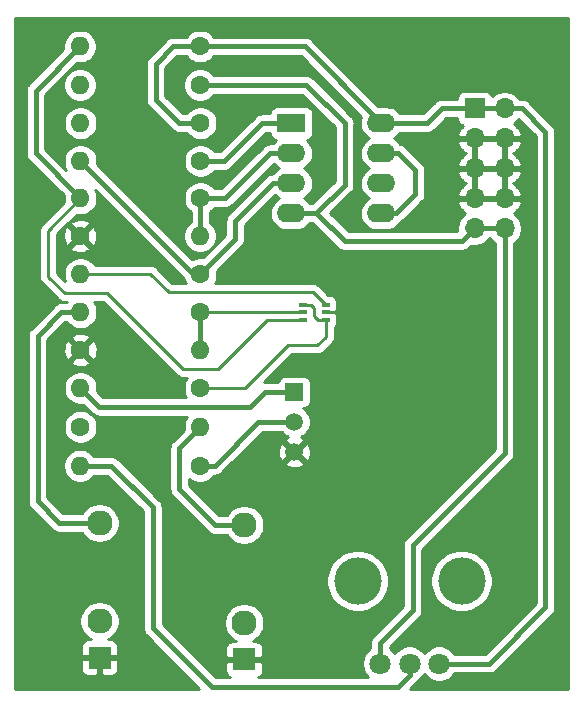
<source format=gbr>
%TF.GenerationSoftware,KiCad,Pcbnew,5.1.12-1.fc35*%
%TF.CreationDate,2022-03-09T20:46:55-05:00*%
%TF.ProjectId,kassuVCA,6b617373-7556-4434-912e-6b696361645f,rev?*%
%TF.SameCoordinates,Original*%
%TF.FileFunction,Copper,L1,Top*%
%TF.FilePolarity,Positive*%
%FSLAX46Y46*%
G04 Gerber Fmt 4.6, Leading zero omitted, Abs format (unit mm)*
G04 Created by KiCad (PCBNEW 5.1.12-1.fc35) date 2022-03-09 20:46:55*
%MOMM*%
%LPD*%
G01*
G04 APERTURE LIST*
%TA.AperFunction,SMDPad,CuDef*%
%ADD10R,0.650000X0.400000*%
%TD*%
%TA.AperFunction,WasherPad*%
%ADD11C,4.000000*%
%TD*%
%TA.AperFunction,ComponentPad*%
%ADD12C,1.800000*%
%TD*%
%TA.AperFunction,ComponentPad*%
%ADD13O,2.400000X1.600000*%
%TD*%
%TA.AperFunction,ComponentPad*%
%ADD14R,2.400000X1.600000*%
%TD*%
%TA.AperFunction,ComponentPad*%
%ADD15R,1.500000X1.500000*%
%TD*%
%TA.AperFunction,ComponentPad*%
%ADD16C,1.500000*%
%TD*%
%TA.AperFunction,ComponentPad*%
%ADD17O,1.600000X1.600000*%
%TD*%
%TA.AperFunction,ComponentPad*%
%ADD18C,1.600000*%
%TD*%
%TA.AperFunction,ComponentPad*%
%ADD19C,2.130000*%
%TD*%
%TA.AperFunction,ComponentPad*%
%ADD20R,1.930000X1.830000*%
%TD*%
%TA.AperFunction,ComponentPad*%
%ADD21O,1.700000X1.700000*%
%TD*%
%TA.AperFunction,ComponentPad*%
%ADD22R,1.700000X1.700000*%
%TD*%
%TA.AperFunction,ViaPad*%
%ADD23C,0.800000*%
%TD*%
%TA.AperFunction,Conductor*%
%ADD24C,0.250000*%
%TD*%
%TA.AperFunction,Conductor*%
%ADD25C,0.400000*%
%TD*%
%TA.AperFunction,Conductor*%
%ADD26C,0.254000*%
%TD*%
%TA.AperFunction,Conductor*%
%ADD27C,0.100000*%
%TD*%
G04 APERTURE END LIST*
D10*
%TO.P,Q2,6*%
%TO.N,Net-(Q2-Pad6)*%
X126400000Y-102350000D03*
%TO.P,Q2,4*%
%TO.N,Net-(Q2-Pad1)*%
X126400000Y-103650000D03*
%TO.P,Q2,2*%
%TO.N,Net-(Q2-Pad2)*%
X124500000Y-103000000D03*
%TO.P,Q2,5*%
%TO.N,GND*%
X126400000Y-103000000D03*
%TO.P,Q2,3*%
%TO.N,Net-(Q2-Pad3)*%
X124500000Y-103650000D03*
%TO.P,Q2,1*%
%TO.N,Net-(Q2-Pad1)*%
X124500000Y-102350000D03*
%TD*%
D11*
%TO.P,Trim1,*%
%TO.N,*%
X137900000Y-125750000D03*
X129100000Y-125750000D03*
D12*
%TO.P,Trim1,1*%
%TO.N,+12V*%
X136000000Y-132750000D03*
%TO.P,Trim1,2*%
%TO.N,Net-(R4-Pad2)*%
X133500000Y-132750000D03*
%TO.P,Trim1,3*%
%TO.N,-12V*%
X131000000Y-132750000D03*
%TD*%
D13*
%TO.P,U1,8*%
%TO.N,+12V*%
X131120000Y-87000000D03*
%TO.P,U1,4*%
%TO.N,-12V*%
X123500000Y-94620000D03*
%TO.P,U1,7*%
%TO.N,Net-(U1-Pad5)*%
X131120000Y-89540000D03*
%TO.P,U1,3*%
%TO.N,Net-(R11-Pad1)*%
X123500000Y-92080000D03*
%TO.P,U1,6*%
%TO.N,N/C*%
X131120000Y-92080000D03*
%TO.P,U1,2*%
%TO.N,Net-(R12-Pad1)*%
X123500000Y-89540000D03*
%TO.P,U1,5*%
%TO.N,Net-(U1-Pad5)*%
X131120000Y-94620000D03*
D14*
%TO.P,U1,1*%
%TO.N,Net-(R14-Pad1)*%
X123500000Y-87000000D03*
%TD*%
D15*
%TO.P,Q1,1*%
%TO.N,Net-(Q1-Pad1)*%
X123750000Y-109750000D03*
D16*
%TO.P,Q1,3*%
%TO.N,GND*%
X123750000Y-114830000D03*
%TO.P,Q1,2*%
%TO.N,Net-(Q1-Pad2)*%
X123750000Y-112290000D03*
%TD*%
D17*
%TO.P,R4,2*%
%TO.N,Net-(R4-Pad2)*%
X105590000Y-116000000D03*
D18*
%TO.P,R4,1*%
%TO.N,Net-(Q1-Pad2)*%
X115750000Y-116000000D03*
%TD*%
D17*
%TO.P,R15,2*%
%TO.N,Net-(Out1-PadT)*%
X115800000Y-112700000D03*
D18*
%TO.P,R15,1*%
%TO.N,Net-(R14-Pad1)*%
X105640000Y-112700000D03*
%TD*%
D17*
%TO.P,R14,2*%
%TO.N,Net-(R11-Pad1)*%
X105640000Y-90200000D03*
D18*
%TO.P,R14,1*%
%TO.N,Net-(R14-Pad1)*%
X115800000Y-90200000D03*
%TD*%
D17*
%TO.P,R13,2*%
%TO.N,Net-(R12-Pad1)*%
X115760000Y-96550000D03*
D18*
%TO.P,R13,1*%
%TO.N,GND*%
X105600000Y-96550000D03*
%TD*%
D17*
%TO.P,R12,2*%
%TO.N,Net-(Q2-Pad3)*%
X105640000Y-93350000D03*
D18*
%TO.P,R12,1*%
%TO.N,Net-(R12-Pad1)*%
X115800000Y-93350000D03*
%TD*%
D17*
%TO.P,R11,2*%
%TO.N,Net-(Q2-Pad6)*%
X105640000Y-99750000D03*
D18*
%TO.P,R11,1*%
%TO.N,Net-(R11-Pad1)*%
X115800000Y-99750000D03*
%TD*%
D17*
%TO.P,R10,2*%
%TO.N,Net-(Q2-Pad3)*%
X105590000Y-80500000D03*
D18*
%TO.P,R10,1*%
%TO.N,+12V*%
X115750000Y-80500000D03*
%TD*%
D17*
%TO.P,R9,2*%
%TO.N,Net-(Q1-Pad1)*%
X105590000Y-83750000D03*
D18*
%TO.P,R9,1*%
%TO.N,-12V*%
X115750000Y-83750000D03*
%TD*%
D17*
%TO.P,R8,2*%
%TO.N,Net-(Q1-Pad1)*%
X105640000Y-109400000D03*
D18*
%TO.P,R8,1*%
%TO.N,Net-(Q2-Pad1)*%
X115800000Y-109400000D03*
%TD*%
D17*
%TO.P,R7,2*%
%TO.N,Net-(Q2-Pad6)*%
X105640000Y-87000000D03*
D18*
%TO.P,R7,1*%
%TO.N,+12V*%
X115800000Y-87000000D03*
%TD*%
D17*
%TO.P,R6,2*%
%TO.N,Net-(Q2-Pad2)*%
X115800000Y-106200000D03*
D18*
%TO.P,R6,1*%
%TO.N,GND*%
X105640000Y-106200000D03*
%TD*%
D17*
%TO.P,R5,2*%
%TO.N,Net-(In1-PadT)*%
X105640000Y-103000000D03*
D18*
%TO.P,R5,1*%
%TO.N,Net-(Q2-Pad2)*%
X115800000Y-103000000D03*
%TD*%
D19*
%TO.P,Out1,T*%
%TO.N,Net-(Out1-PadT)*%
X119500000Y-121000000D03*
D20*
%TO.P,Out1,S*%
%TO.N,GND*%
X119500000Y-132400000D03*
D19*
%TO.P,Out1,TN*%
%TO.N,N/C*%
X119500000Y-129300000D03*
%TD*%
D21*
%TO.P,J1,10*%
%TO.N,-12V*%
X141540000Y-95910000D03*
%TO.P,J1,9*%
X139000000Y-95910000D03*
%TO.P,J1,8*%
%TO.N,GND*%
X141540000Y-93370000D03*
%TO.P,J1,7*%
X139000000Y-93370000D03*
%TO.P,J1,6*%
X141540000Y-90830000D03*
%TO.P,J1,5*%
X139000000Y-90830000D03*
%TO.P,J1,4*%
X141540000Y-88290000D03*
%TO.P,J1,3*%
X139000000Y-88290000D03*
%TO.P,J1,2*%
%TO.N,+12V*%
X141540000Y-85750000D03*
D22*
%TO.P,J1,1*%
X139000000Y-85750000D03*
%TD*%
D19*
%TO.P,In1,T*%
%TO.N,Net-(In1-PadT)*%
X107250000Y-120850000D03*
D20*
%TO.P,In1,S*%
%TO.N,GND*%
X107250000Y-132250000D03*
D19*
%TO.P,In1,TN*%
%TO.N,N/C*%
X107250000Y-129150000D03*
%TD*%
D23*
%TO.N,GND*%
X132900000Y-103000000D03*
%TD*%
D24*
%TO.N,GND*%
X126400000Y-103000000D02*
X132900000Y-103000000D01*
X132900000Y-103000000D02*
X132900000Y-103000000D01*
D25*
%TO.N,Net-(In1-PadT)*%
X107250000Y-120850000D02*
X103850000Y-120850000D01*
X103850000Y-120850000D02*
X102000000Y-119000000D01*
X102000000Y-119000000D02*
X102000000Y-105000000D01*
X104000000Y-103000000D02*
X105640000Y-103000000D01*
X102000000Y-105000000D02*
X104000000Y-103000000D01*
%TO.N,-12V*%
X139000000Y-95910000D02*
X141540000Y-95910000D01*
X123500000Y-94620000D02*
X125620000Y-94620000D01*
X125620000Y-94620000D02*
X128000000Y-97000000D01*
X137910000Y-97000000D02*
X139000000Y-95910000D01*
X128000000Y-97000000D02*
X137910000Y-97000000D01*
X115750000Y-83750000D02*
X124750000Y-83750000D01*
X124750000Y-83750000D02*
X128000000Y-87000000D01*
X128000000Y-92240000D02*
X125620000Y-94620000D01*
X128000000Y-87000000D02*
X128000000Y-92240000D01*
X141540000Y-95910000D02*
X141540000Y-114960000D01*
X141540000Y-114960000D02*
X133750000Y-122750000D01*
X133750000Y-122750000D02*
X133750000Y-128250000D01*
X131000000Y-131000000D02*
X131000000Y-132750000D01*
X133750000Y-128250000D02*
X131000000Y-131000000D01*
%TO.N,+12V*%
X115800000Y-87000000D02*
X114000000Y-87000000D01*
X114000000Y-87000000D02*
X112000000Y-85000000D01*
X112000000Y-85000000D02*
X112000000Y-82000000D01*
X113500000Y-80500000D02*
X115750000Y-80500000D01*
X112000000Y-82000000D02*
X113500000Y-80500000D01*
X124620000Y-80500000D02*
X131120000Y-87000000D01*
X115750000Y-80500000D02*
X124620000Y-80500000D01*
X131120000Y-87000000D02*
X135000000Y-87000000D01*
X136250000Y-85750000D02*
X139000000Y-85750000D01*
X135000000Y-87000000D02*
X136250000Y-85750000D01*
X139000000Y-85750000D02*
X141540000Y-85750000D01*
X136000000Y-132750000D02*
X140250000Y-132750000D01*
X140250000Y-132750000D02*
X145000000Y-128000000D01*
X145000000Y-128000000D02*
X145000000Y-87750000D01*
X143000000Y-85750000D02*
X141540000Y-85750000D01*
X145000000Y-87750000D02*
X143000000Y-85750000D01*
%TO.N,Net-(Out1-PadT)*%
X115800000Y-112700000D02*
X114000000Y-114500000D01*
X114000000Y-114500000D02*
X114000000Y-118000000D01*
X117000000Y-121000000D02*
X119500000Y-121000000D01*
X114000000Y-118000000D02*
X117000000Y-121000000D01*
%TO.N,Net-(Q1-Pad1)*%
X105640000Y-109400000D02*
X107240000Y-111000000D01*
X107240000Y-111000000D02*
X120000000Y-111000000D01*
X121250000Y-109750000D02*
X123750000Y-109750000D01*
X120000000Y-111000000D02*
X121250000Y-109750000D01*
%TO.N,Net-(Q1-Pad2)*%
X115750000Y-116000000D02*
X117000000Y-116000000D01*
X120710000Y-112290000D02*
X123750000Y-112290000D01*
X117000000Y-116000000D02*
X120710000Y-112290000D01*
D24*
%TO.N,Net-(Q2-Pad1)*%
X125140002Y-102350000D02*
X125400000Y-102609998D01*
X124500000Y-102350000D02*
X125140002Y-102350000D01*
X125759998Y-103650000D02*
X126400000Y-103650000D01*
X125400000Y-103290002D02*
X125759998Y-103650000D01*
X125400000Y-102609998D02*
X125400000Y-103290002D01*
X115800000Y-109400000D02*
X119600000Y-109400000D01*
X119600000Y-109400000D02*
X123200000Y-105800000D01*
X123200000Y-105800000D02*
X125700000Y-105800000D01*
X126400000Y-105100000D02*
X126400000Y-103650000D01*
X125700000Y-105800000D02*
X126400000Y-105100000D01*
D25*
%TO.N,Net-(Q2-Pad2)*%
X115800000Y-103000000D02*
X115800000Y-106200000D01*
%TO.N,Net-(Q2-Pad3)*%
X105590000Y-80500000D02*
X101840000Y-84250000D01*
X101840000Y-89550000D02*
X105640000Y-93350000D01*
X101840000Y-84250000D02*
X101840000Y-89550000D01*
D24*
X102900000Y-100000000D02*
X102900000Y-96090000D01*
X104300000Y-101400000D02*
X102900000Y-100000000D01*
X114300000Y-107800000D02*
X107900000Y-101400000D01*
X117300000Y-107800000D02*
X114300000Y-107800000D01*
X102900000Y-96090000D02*
X105640000Y-93350000D01*
X107900000Y-101400000D02*
X104300000Y-101400000D01*
X121450000Y-103650000D02*
X117300000Y-107800000D01*
X124500000Y-103650000D02*
X121450000Y-103650000D01*
%TO.N,Net-(Q2-Pad2)*%
X124500000Y-103000000D02*
X115800000Y-103000000D01*
D25*
%TO.N,Net-(R4-Pad2)*%
X133500000Y-132750000D02*
X133500000Y-133750000D01*
X133500000Y-133750000D02*
X132500000Y-134750000D01*
X132500000Y-134750000D02*
X116750000Y-134750000D01*
X116750000Y-134750000D02*
X111750000Y-129750000D01*
X111750000Y-129750000D02*
X111750000Y-119500000D01*
X108250000Y-116000000D02*
X105590000Y-116000000D01*
X111750000Y-119500000D02*
X108250000Y-116000000D01*
%TO.N,Net-(R11-Pad1)*%
X115800000Y-99750000D02*
X118750000Y-96800000D01*
X118750000Y-96800000D02*
X118750000Y-95250000D01*
X121920000Y-92080000D02*
X123500000Y-92080000D01*
X118750000Y-95250000D02*
X121920000Y-92080000D01*
X115190000Y-99750000D02*
X115800000Y-99750000D01*
X105640000Y-90200000D02*
X115190000Y-99750000D01*
%TO.N,Net-(R12-Pad1)*%
X115800000Y-96510000D02*
X115760000Y-96550000D01*
X115800000Y-93350000D02*
X115800000Y-96510000D01*
X115800000Y-93350000D02*
X117900000Y-93350000D01*
X121710000Y-89540000D02*
X123500000Y-89540000D01*
X117900000Y-93350000D02*
X121710000Y-89540000D01*
%TO.N,Net-(R14-Pad1)*%
X115800000Y-90200000D02*
X117800000Y-90200000D01*
X121000000Y-87000000D02*
X123500000Y-87000000D01*
X117800000Y-90200000D02*
X121000000Y-87000000D01*
%TO.N,Net-(U1-Pad5)*%
X131120000Y-94620000D02*
X132380000Y-94620000D01*
X132380000Y-94620000D02*
X134000000Y-93000000D01*
X134000000Y-93000000D02*
X134000000Y-91000000D01*
X132540000Y-89540000D02*
X131120000Y-89540000D01*
X134000000Y-91000000D02*
X132540000Y-89540000D01*
D24*
%TO.N,Net-(Q2-Pad6)*%
X105640000Y-99750000D02*
X111550000Y-99750000D01*
X111550000Y-99750000D02*
X113100000Y-101300000D01*
X125350000Y-101300000D02*
X126400000Y-102350000D01*
X113100000Y-101300000D02*
X125350000Y-101300000D01*
%TD*%
D26*
%TO.N,GND*%
X146873000Y-134873000D02*
X133557868Y-134873000D01*
X134061432Y-134369437D01*
X134093291Y-134343291D01*
X134197636Y-134216146D01*
X134269279Y-134082113D01*
X134478505Y-133942312D01*
X134692312Y-133728505D01*
X134750000Y-133642169D01*
X134807688Y-133728505D01*
X135021495Y-133942312D01*
X135272905Y-134110299D01*
X135552257Y-134226011D01*
X135848816Y-134285000D01*
X136151184Y-134285000D01*
X136447743Y-134226011D01*
X136727095Y-134110299D01*
X136978505Y-133942312D01*
X137192312Y-133728505D01*
X137288199Y-133585000D01*
X140208982Y-133585000D01*
X140250000Y-133589040D01*
X140291018Y-133585000D01*
X140291019Y-133585000D01*
X140413689Y-133572918D01*
X140571087Y-133525172D01*
X140716146Y-133447636D01*
X140843291Y-133343291D01*
X140869446Y-133311421D01*
X145561428Y-128619440D01*
X145593291Y-128593291D01*
X145697636Y-128466146D01*
X145775172Y-128321087D01*
X145822918Y-128163689D01*
X145835000Y-128041019D01*
X145835000Y-128041009D01*
X145839039Y-128000001D01*
X145835000Y-127958993D01*
X145835000Y-87791018D01*
X145839040Y-87749999D01*
X145822918Y-87586311D01*
X145775172Y-87428913D01*
X145697636Y-87283854D01*
X145695547Y-87281309D01*
X145593291Y-87156709D01*
X145561427Y-87130559D01*
X143619446Y-85188579D01*
X143593291Y-85156709D01*
X143466146Y-85052364D01*
X143321087Y-84974828D01*
X143163689Y-84927082D01*
X143041019Y-84915000D01*
X143041018Y-84915000D01*
X143000000Y-84910960D01*
X142958982Y-84915000D01*
X142768065Y-84915000D01*
X142693475Y-84803368D01*
X142486632Y-84596525D01*
X142243411Y-84434010D01*
X141973158Y-84322068D01*
X141686260Y-84265000D01*
X141393740Y-84265000D01*
X141106842Y-84322068D01*
X140836589Y-84434010D01*
X140593368Y-84596525D01*
X140461513Y-84728380D01*
X140439502Y-84655820D01*
X140380537Y-84545506D01*
X140301185Y-84448815D01*
X140204494Y-84369463D01*
X140094180Y-84310498D01*
X139974482Y-84274188D01*
X139850000Y-84261928D01*
X138150000Y-84261928D01*
X138025518Y-84274188D01*
X137905820Y-84310498D01*
X137795506Y-84369463D01*
X137698815Y-84448815D01*
X137619463Y-84545506D01*
X137560498Y-84655820D01*
X137524188Y-84775518D01*
X137511928Y-84900000D01*
X137511928Y-84915000D01*
X136291018Y-84915000D01*
X136250000Y-84910960D01*
X136208981Y-84915000D01*
X136086311Y-84927082D01*
X135928913Y-84974828D01*
X135783854Y-85052364D01*
X135656709Y-85156709D01*
X135630563Y-85188568D01*
X134654133Y-86165000D01*
X132691112Y-86165000D01*
X132539608Y-85980392D01*
X132321101Y-85801068D01*
X132071808Y-85667818D01*
X131801309Y-85585764D01*
X131590492Y-85565000D01*
X130865868Y-85565000D01*
X125239446Y-79938579D01*
X125213291Y-79906709D01*
X125086146Y-79802364D01*
X124941087Y-79724828D01*
X124783689Y-79677082D01*
X124661019Y-79665000D01*
X124661018Y-79665000D01*
X124620000Y-79660960D01*
X124578982Y-79665000D01*
X116917930Y-79665000D01*
X116864637Y-79585241D01*
X116664759Y-79385363D01*
X116429727Y-79228320D01*
X116168574Y-79120147D01*
X115891335Y-79065000D01*
X115608665Y-79065000D01*
X115331426Y-79120147D01*
X115070273Y-79228320D01*
X114835241Y-79385363D01*
X114635363Y-79585241D01*
X114582070Y-79665000D01*
X113541007Y-79665000D01*
X113499999Y-79660961D01*
X113458991Y-79665000D01*
X113458981Y-79665000D01*
X113336311Y-79677082D01*
X113178913Y-79724828D01*
X113033854Y-79802364D01*
X112906709Y-79906709D01*
X112880559Y-79938574D01*
X111438574Y-81380559D01*
X111406710Y-81406709D01*
X111380562Y-81438571D01*
X111302364Y-81533855D01*
X111224828Y-81678914D01*
X111177082Y-81836312D01*
X111160960Y-82000000D01*
X111165001Y-82041028D01*
X111165000Y-84958981D01*
X111160960Y-85000000D01*
X111165000Y-85041018D01*
X111177082Y-85163688D01*
X111224828Y-85321086D01*
X111302364Y-85466145D01*
X111406709Y-85593291D01*
X111438579Y-85619446D01*
X113380559Y-87561427D01*
X113406709Y-87593291D01*
X113512032Y-87679727D01*
X113533854Y-87697636D01*
X113678913Y-87775172D01*
X113836311Y-87822918D01*
X113999999Y-87839040D01*
X114041018Y-87835000D01*
X114632070Y-87835000D01*
X114685363Y-87914759D01*
X114885241Y-88114637D01*
X115120273Y-88271680D01*
X115381426Y-88379853D01*
X115658665Y-88435000D01*
X115941335Y-88435000D01*
X116218574Y-88379853D01*
X116479727Y-88271680D01*
X116714759Y-88114637D01*
X116914637Y-87914759D01*
X117071680Y-87679727D01*
X117179853Y-87418574D01*
X117235000Y-87141335D01*
X117235000Y-86858665D01*
X117179853Y-86581426D01*
X117071680Y-86320273D01*
X116914637Y-86085241D01*
X116714759Y-85885363D01*
X116479727Y-85728320D01*
X116218574Y-85620147D01*
X115941335Y-85565000D01*
X115658665Y-85565000D01*
X115381426Y-85620147D01*
X115120273Y-85728320D01*
X114885241Y-85885363D01*
X114685363Y-86085241D01*
X114632070Y-86165000D01*
X114345868Y-86165000D01*
X112835000Y-84654133D01*
X112835000Y-82345867D01*
X113845868Y-81335000D01*
X114582070Y-81335000D01*
X114635363Y-81414759D01*
X114835241Y-81614637D01*
X115070273Y-81771680D01*
X115331426Y-81879853D01*
X115608665Y-81935000D01*
X115891335Y-81935000D01*
X116168574Y-81879853D01*
X116429727Y-81771680D01*
X116664759Y-81614637D01*
X116864637Y-81414759D01*
X116917930Y-81335000D01*
X124274133Y-81335000D01*
X129387703Y-86448571D01*
X129305764Y-86718691D01*
X129278057Y-87000000D01*
X129305764Y-87281309D01*
X129387818Y-87551808D01*
X129521068Y-87801101D01*
X129700392Y-88019608D01*
X129918899Y-88198932D01*
X130051858Y-88270000D01*
X129918899Y-88341068D01*
X129700392Y-88520392D01*
X129521068Y-88738899D01*
X129387818Y-88988192D01*
X129305764Y-89258691D01*
X129278057Y-89540000D01*
X129305764Y-89821309D01*
X129387818Y-90091808D01*
X129521068Y-90341101D01*
X129700392Y-90559608D01*
X129918899Y-90738932D01*
X130051858Y-90810000D01*
X129918899Y-90881068D01*
X129700392Y-91060392D01*
X129521068Y-91278899D01*
X129387818Y-91528192D01*
X129305764Y-91798691D01*
X129278057Y-92080000D01*
X129305764Y-92361309D01*
X129387818Y-92631808D01*
X129521068Y-92881101D01*
X129700392Y-93099608D01*
X129918899Y-93278932D01*
X130051858Y-93350000D01*
X129918899Y-93421068D01*
X129700392Y-93600392D01*
X129521068Y-93818899D01*
X129387818Y-94068192D01*
X129305764Y-94338691D01*
X129278057Y-94620000D01*
X129305764Y-94901309D01*
X129387818Y-95171808D01*
X129521068Y-95421101D01*
X129700392Y-95639608D01*
X129918899Y-95818932D01*
X130168192Y-95952182D01*
X130438691Y-96034236D01*
X130649508Y-96055000D01*
X131590492Y-96055000D01*
X131801309Y-96034236D01*
X132071808Y-95952182D01*
X132321101Y-95818932D01*
X132539608Y-95639608D01*
X132718932Y-95421101D01*
X132745472Y-95371447D01*
X132846146Y-95317636D01*
X132973291Y-95213291D01*
X132999446Y-95181421D01*
X134561428Y-93619440D01*
X134593291Y-93593291D01*
X134697636Y-93466146D01*
X134775172Y-93321087D01*
X134822918Y-93163689D01*
X134835000Y-93041019D01*
X134835000Y-93041018D01*
X134839040Y-93000000D01*
X134835000Y-92958982D01*
X134835000Y-91186890D01*
X137558524Y-91186890D01*
X137603175Y-91334099D01*
X137728359Y-91596920D01*
X137902412Y-91830269D01*
X138118645Y-92025178D01*
X138244255Y-92100000D01*
X138118645Y-92174822D01*
X137902412Y-92369731D01*
X137728359Y-92603080D01*
X137603175Y-92865901D01*
X137558524Y-93013110D01*
X137679845Y-93243000D01*
X138873000Y-93243000D01*
X138873000Y-90957000D01*
X139127000Y-90957000D01*
X139127000Y-93243000D01*
X141413000Y-93243000D01*
X141413000Y-90957000D01*
X141667000Y-90957000D01*
X141667000Y-93243000D01*
X142860155Y-93243000D01*
X142981476Y-93013110D01*
X142936825Y-92865901D01*
X142811641Y-92603080D01*
X142637588Y-92369731D01*
X142421355Y-92174822D01*
X142295745Y-92100000D01*
X142421355Y-92025178D01*
X142637588Y-91830269D01*
X142811641Y-91596920D01*
X142936825Y-91334099D01*
X142981476Y-91186890D01*
X142860155Y-90957000D01*
X141667000Y-90957000D01*
X141413000Y-90957000D01*
X139127000Y-90957000D01*
X138873000Y-90957000D01*
X137679845Y-90957000D01*
X137558524Y-91186890D01*
X134835000Y-91186890D01*
X134835000Y-91041018D01*
X134839040Y-91000000D01*
X134822918Y-90836311D01*
X134775172Y-90678913D01*
X134697636Y-90533854D01*
X134619439Y-90438570D01*
X134619437Y-90438568D01*
X134593291Y-90406709D01*
X134561432Y-90380563D01*
X133159446Y-88978578D01*
X133133291Y-88946709D01*
X133006146Y-88842364D01*
X132861087Y-88764828D01*
X132703689Y-88717082D01*
X132700793Y-88716797D01*
X132643422Y-88646890D01*
X137558524Y-88646890D01*
X137603175Y-88794099D01*
X137728359Y-89056920D01*
X137902412Y-89290269D01*
X138118645Y-89485178D01*
X138244255Y-89560000D01*
X138118645Y-89634822D01*
X137902412Y-89829731D01*
X137728359Y-90063080D01*
X137603175Y-90325901D01*
X137558524Y-90473110D01*
X137679845Y-90703000D01*
X138873000Y-90703000D01*
X138873000Y-88417000D01*
X139127000Y-88417000D01*
X139127000Y-90703000D01*
X141413000Y-90703000D01*
X141413000Y-88417000D01*
X141667000Y-88417000D01*
X141667000Y-90703000D01*
X142860155Y-90703000D01*
X142981476Y-90473110D01*
X142936825Y-90325901D01*
X142811641Y-90063080D01*
X142637588Y-89829731D01*
X142421355Y-89634822D01*
X142295745Y-89560000D01*
X142421355Y-89485178D01*
X142637588Y-89290269D01*
X142811641Y-89056920D01*
X142936825Y-88794099D01*
X142981476Y-88646890D01*
X142860155Y-88417000D01*
X141667000Y-88417000D01*
X141413000Y-88417000D01*
X139127000Y-88417000D01*
X138873000Y-88417000D01*
X137679845Y-88417000D01*
X137558524Y-88646890D01*
X132643422Y-88646890D01*
X132539608Y-88520392D01*
X132321101Y-88341068D01*
X132188142Y-88270000D01*
X132321101Y-88198932D01*
X132539608Y-88019608D01*
X132691112Y-87835000D01*
X134958982Y-87835000D01*
X135000000Y-87839040D01*
X135041018Y-87835000D01*
X135041019Y-87835000D01*
X135163689Y-87822918D01*
X135321087Y-87775172D01*
X135466146Y-87697636D01*
X135593291Y-87593291D01*
X135619445Y-87561422D01*
X136595869Y-86585000D01*
X137511928Y-86585000D01*
X137511928Y-86600000D01*
X137524188Y-86724482D01*
X137560498Y-86844180D01*
X137619463Y-86954494D01*
X137698815Y-87051185D01*
X137795506Y-87130537D01*
X137905820Y-87189502D01*
X137986466Y-87213966D01*
X137902412Y-87289731D01*
X137728359Y-87523080D01*
X137603175Y-87785901D01*
X137558524Y-87933110D01*
X137679845Y-88163000D01*
X138873000Y-88163000D01*
X138873000Y-88143000D01*
X139127000Y-88143000D01*
X139127000Y-88163000D01*
X141413000Y-88163000D01*
X141413000Y-88143000D01*
X141667000Y-88143000D01*
X141667000Y-88163000D01*
X142860155Y-88163000D01*
X142981476Y-87933110D01*
X142936825Y-87785901D01*
X142811641Y-87523080D01*
X142637588Y-87289731D01*
X142421355Y-87094822D01*
X142304466Y-87025195D01*
X142486632Y-86903475D01*
X142693475Y-86696632D01*
X142722430Y-86653297D01*
X144165001Y-88095869D01*
X144165000Y-127654132D01*
X139904133Y-131915000D01*
X137288199Y-131915000D01*
X137192312Y-131771495D01*
X136978505Y-131557688D01*
X136727095Y-131389701D01*
X136447743Y-131273989D01*
X136151184Y-131215000D01*
X135848816Y-131215000D01*
X135552257Y-131273989D01*
X135272905Y-131389701D01*
X135021495Y-131557688D01*
X134807688Y-131771495D01*
X134750000Y-131857831D01*
X134692312Y-131771495D01*
X134478505Y-131557688D01*
X134227095Y-131389701D01*
X133947743Y-131273989D01*
X133651184Y-131215000D01*
X133348816Y-131215000D01*
X133052257Y-131273989D01*
X132772905Y-131389701D01*
X132521495Y-131557688D01*
X132307688Y-131771495D01*
X132250000Y-131857831D01*
X132192312Y-131771495D01*
X131978505Y-131557688D01*
X131835000Y-131461801D01*
X131835000Y-131345867D01*
X134311427Y-128869441D01*
X134343291Y-128843291D01*
X134447636Y-128716146D01*
X134525172Y-128571087D01*
X134572918Y-128413689D01*
X134585000Y-128291019D01*
X134585000Y-128291009D01*
X134589039Y-128250001D01*
X134585000Y-128208993D01*
X134585000Y-125490475D01*
X135265000Y-125490475D01*
X135265000Y-126009525D01*
X135366261Y-126518601D01*
X135564893Y-126998141D01*
X135853262Y-127429715D01*
X136220285Y-127796738D01*
X136651859Y-128085107D01*
X137131399Y-128283739D01*
X137640475Y-128385000D01*
X138159525Y-128385000D01*
X138668601Y-128283739D01*
X139148141Y-128085107D01*
X139579715Y-127796738D01*
X139946738Y-127429715D01*
X140235107Y-126998141D01*
X140433739Y-126518601D01*
X140535000Y-126009525D01*
X140535000Y-125490475D01*
X140433739Y-124981399D01*
X140235107Y-124501859D01*
X139946738Y-124070285D01*
X139579715Y-123703262D01*
X139148141Y-123414893D01*
X138668601Y-123216261D01*
X138159525Y-123115000D01*
X137640475Y-123115000D01*
X137131399Y-123216261D01*
X136651859Y-123414893D01*
X136220285Y-123703262D01*
X135853262Y-124070285D01*
X135564893Y-124501859D01*
X135366261Y-124981399D01*
X135265000Y-125490475D01*
X134585000Y-125490475D01*
X134585000Y-123095867D01*
X142101432Y-115579437D01*
X142133291Y-115553291D01*
X142237636Y-115426146D01*
X142315172Y-115281087D01*
X142362918Y-115123689D01*
X142375000Y-115001019D01*
X142375000Y-115001018D01*
X142379040Y-114960000D01*
X142375000Y-114918982D01*
X142375000Y-97138065D01*
X142486632Y-97063475D01*
X142693475Y-96856632D01*
X142855990Y-96613411D01*
X142967932Y-96343158D01*
X143025000Y-96056260D01*
X143025000Y-95763740D01*
X142967932Y-95476842D01*
X142855990Y-95206589D01*
X142693475Y-94963368D01*
X142486632Y-94756525D01*
X142304466Y-94634805D01*
X142421355Y-94565178D01*
X142637588Y-94370269D01*
X142811641Y-94136920D01*
X142936825Y-93874099D01*
X142981476Y-93726890D01*
X142860155Y-93497000D01*
X141667000Y-93497000D01*
X141667000Y-93517000D01*
X141413000Y-93517000D01*
X141413000Y-93497000D01*
X139127000Y-93497000D01*
X139127000Y-93517000D01*
X138873000Y-93517000D01*
X138873000Y-93497000D01*
X137679845Y-93497000D01*
X137558524Y-93726890D01*
X137603175Y-93874099D01*
X137728359Y-94136920D01*
X137902412Y-94370269D01*
X138118645Y-94565178D01*
X138235534Y-94634805D01*
X138053368Y-94756525D01*
X137846525Y-94963368D01*
X137684010Y-95206589D01*
X137572068Y-95476842D01*
X137515000Y-95763740D01*
X137515000Y-96056260D01*
X137536630Y-96165000D01*
X128345868Y-96165000D01*
X126800867Y-94620000D01*
X128561427Y-92859441D01*
X128593291Y-92833291D01*
X128697636Y-92706146D01*
X128775172Y-92561087D01*
X128822918Y-92403689D01*
X128835000Y-92281019D01*
X128835000Y-92281009D01*
X128839039Y-92240001D01*
X128835000Y-92198993D01*
X128835000Y-87041018D01*
X128839040Y-86999999D01*
X128822918Y-86836311D01*
X128775172Y-86678913D01*
X128697636Y-86533854D01*
X128627335Y-86448192D01*
X128593291Y-86406709D01*
X128561428Y-86380560D01*
X125369446Y-83188579D01*
X125343291Y-83156709D01*
X125216146Y-83052364D01*
X125071087Y-82974828D01*
X124913689Y-82927082D01*
X124791019Y-82915000D01*
X124791018Y-82915000D01*
X124750000Y-82910960D01*
X124708982Y-82915000D01*
X116917930Y-82915000D01*
X116864637Y-82835241D01*
X116664759Y-82635363D01*
X116429727Y-82478320D01*
X116168574Y-82370147D01*
X115891335Y-82315000D01*
X115608665Y-82315000D01*
X115331426Y-82370147D01*
X115070273Y-82478320D01*
X114835241Y-82635363D01*
X114635363Y-82835241D01*
X114478320Y-83070273D01*
X114370147Y-83331426D01*
X114315000Y-83608665D01*
X114315000Y-83891335D01*
X114370147Y-84168574D01*
X114478320Y-84429727D01*
X114635363Y-84664759D01*
X114835241Y-84864637D01*
X115070273Y-85021680D01*
X115331426Y-85129853D01*
X115608665Y-85185000D01*
X115891335Y-85185000D01*
X116168574Y-85129853D01*
X116429727Y-85021680D01*
X116664759Y-84864637D01*
X116864637Y-84664759D01*
X116917930Y-84585000D01*
X124404133Y-84585000D01*
X127165000Y-87345868D01*
X127165001Y-91894131D01*
X125274133Y-93785000D01*
X125071112Y-93785000D01*
X124919608Y-93600392D01*
X124701101Y-93421068D01*
X124568142Y-93350000D01*
X124701101Y-93278932D01*
X124919608Y-93099608D01*
X125098932Y-92881101D01*
X125232182Y-92631808D01*
X125314236Y-92361309D01*
X125341943Y-92080000D01*
X125314236Y-91798691D01*
X125232182Y-91528192D01*
X125098932Y-91278899D01*
X124919608Y-91060392D01*
X124701101Y-90881068D01*
X124568142Y-90810000D01*
X124701101Y-90738932D01*
X124919608Y-90559608D01*
X125098932Y-90341101D01*
X125232182Y-90091808D01*
X125314236Y-89821309D01*
X125341943Y-89540000D01*
X125314236Y-89258691D01*
X125232182Y-88988192D01*
X125098932Y-88738899D01*
X124919608Y-88520392D01*
X124806518Y-88427581D01*
X124824482Y-88425812D01*
X124944180Y-88389502D01*
X125054494Y-88330537D01*
X125151185Y-88251185D01*
X125230537Y-88154494D01*
X125289502Y-88044180D01*
X125325812Y-87924482D01*
X125338072Y-87800000D01*
X125338072Y-86200000D01*
X125325812Y-86075518D01*
X125289502Y-85955820D01*
X125230537Y-85845506D01*
X125151185Y-85748815D01*
X125054494Y-85669463D01*
X124944180Y-85610498D01*
X124824482Y-85574188D01*
X124700000Y-85561928D01*
X122300000Y-85561928D01*
X122175518Y-85574188D01*
X122055820Y-85610498D01*
X121945506Y-85669463D01*
X121848815Y-85748815D01*
X121769463Y-85845506D01*
X121710498Y-85955820D01*
X121674188Y-86075518D01*
X121665375Y-86165000D01*
X121041007Y-86165000D01*
X120999999Y-86160961D01*
X120958991Y-86165000D01*
X120958981Y-86165000D01*
X120836311Y-86177082D01*
X120678913Y-86224828D01*
X120533854Y-86302364D01*
X120406709Y-86406709D01*
X120380561Y-86438571D01*
X117454133Y-89365000D01*
X116967930Y-89365000D01*
X116914637Y-89285241D01*
X116714759Y-89085363D01*
X116479727Y-88928320D01*
X116218574Y-88820147D01*
X115941335Y-88765000D01*
X115658665Y-88765000D01*
X115381426Y-88820147D01*
X115120273Y-88928320D01*
X114885241Y-89085363D01*
X114685363Y-89285241D01*
X114528320Y-89520273D01*
X114420147Y-89781426D01*
X114365000Y-90058665D01*
X114365000Y-90341335D01*
X114420147Y-90618574D01*
X114528320Y-90879727D01*
X114685363Y-91114759D01*
X114885241Y-91314637D01*
X115120273Y-91471680D01*
X115381426Y-91579853D01*
X115658665Y-91635000D01*
X115941335Y-91635000D01*
X116218574Y-91579853D01*
X116479727Y-91471680D01*
X116714759Y-91314637D01*
X116914637Y-91114759D01*
X116967930Y-91035000D01*
X117758982Y-91035000D01*
X117800000Y-91039040D01*
X117841018Y-91035000D01*
X117841019Y-91035000D01*
X117963689Y-91022918D01*
X118121087Y-90975172D01*
X118266146Y-90897636D01*
X118393291Y-90793291D01*
X118419446Y-90761421D01*
X121345868Y-87835000D01*
X121665375Y-87835000D01*
X121674188Y-87924482D01*
X121710498Y-88044180D01*
X121769463Y-88154494D01*
X121848815Y-88251185D01*
X121945506Y-88330537D01*
X122055820Y-88389502D01*
X122175518Y-88425812D01*
X122193482Y-88427581D01*
X122080392Y-88520392D01*
X121928888Y-88705000D01*
X121751018Y-88705000D01*
X121710000Y-88700960D01*
X121668982Y-88705000D01*
X121668981Y-88705000D01*
X121546311Y-88717082D01*
X121388913Y-88764828D01*
X121243854Y-88842364D01*
X121116709Y-88946709D01*
X121090563Y-88978568D01*
X117554133Y-92515000D01*
X116967930Y-92515000D01*
X116914637Y-92435241D01*
X116714759Y-92235363D01*
X116479727Y-92078320D01*
X116218574Y-91970147D01*
X115941335Y-91915000D01*
X115658665Y-91915000D01*
X115381426Y-91970147D01*
X115120273Y-92078320D01*
X114885241Y-92235363D01*
X114685363Y-92435241D01*
X114528320Y-92670273D01*
X114420147Y-92931426D01*
X114365000Y-93208665D01*
X114365000Y-93491335D01*
X114420147Y-93768574D01*
X114528320Y-94029727D01*
X114685363Y-94264759D01*
X114885241Y-94464637D01*
X114965000Y-94517930D01*
X114965001Y-95355342D01*
X114845241Y-95435363D01*
X114645363Y-95635241D01*
X114488320Y-95870273D01*
X114380147Y-96131426D01*
X114325000Y-96408665D01*
X114325000Y-96691335D01*
X114380147Y-96968574D01*
X114488320Y-97229727D01*
X114645363Y-97464759D01*
X114845241Y-97664637D01*
X115080273Y-97821680D01*
X115341426Y-97929853D01*
X115618665Y-97985000D01*
X115901335Y-97985000D01*
X116178574Y-97929853D01*
X116439727Y-97821680D01*
X116674759Y-97664637D01*
X116874637Y-97464759D01*
X117031680Y-97229727D01*
X117139853Y-96968574D01*
X117195000Y-96691335D01*
X117195000Y-96408665D01*
X117139853Y-96131426D01*
X117031680Y-95870273D01*
X116874637Y-95635241D01*
X116674759Y-95435363D01*
X116635000Y-95408797D01*
X116635000Y-94517930D01*
X116714759Y-94464637D01*
X116914637Y-94264759D01*
X116967930Y-94185000D01*
X117858982Y-94185000D01*
X117900000Y-94189040D01*
X117941018Y-94185000D01*
X117941019Y-94185000D01*
X118063689Y-94172918D01*
X118221087Y-94125172D01*
X118366146Y-94047636D01*
X118493291Y-93943291D01*
X118519446Y-93911421D01*
X121986125Y-90444744D01*
X122080392Y-90559608D01*
X122298899Y-90738932D01*
X122431858Y-90810000D01*
X122298899Y-90881068D01*
X122080392Y-91060392D01*
X121931291Y-91242072D01*
X121920000Y-91240960D01*
X121878981Y-91245000D01*
X121756311Y-91257082D01*
X121598913Y-91304828D01*
X121453854Y-91382364D01*
X121326709Y-91486709D01*
X121300559Y-91518573D01*
X118188574Y-94630559D01*
X118156710Y-94656709D01*
X118075907Y-94755168D01*
X118052364Y-94783855D01*
X117974828Y-94928914D01*
X117927082Y-95086312D01*
X117910960Y-95250000D01*
X117915001Y-95291028D01*
X117915000Y-96454132D01*
X116035418Y-98333715D01*
X115941335Y-98315000D01*
X115658665Y-98315000D01*
X115381426Y-98370147D01*
X115120273Y-98478320D01*
X115107634Y-98486765D01*
X107056285Y-90435418D01*
X107075000Y-90341335D01*
X107075000Y-90058665D01*
X107019853Y-89781426D01*
X106911680Y-89520273D01*
X106754637Y-89285241D01*
X106554759Y-89085363D01*
X106319727Y-88928320D01*
X106058574Y-88820147D01*
X105781335Y-88765000D01*
X105498665Y-88765000D01*
X105221426Y-88820147D01*
X104960273Y-88928320D01*
X104725241Y-89085363D01*
X104525363Y-89285241D01*
X104368320Y-89520273D01*
X104260147Y-89781426D01*
X104205000Y-90058665D01*
X104205000Y-90341335D01*
X104260147Y-90618574D01*
X104368320Y-90879727D01*
X104404012Y-90933144D01*
X102675000Y-89204133D01*
X102675000Y-86858665D01*
X104205000Y-86858665D01*
X104205000Y-87141335D01*
X104260147Y-87418574D01*
X104368320Y-87679727D01*
X104525363Y-87914759D01*
X104725241Y-88114637D01*
X104960273Y-88271680D01*
X105221426Y-88379853D01*
X105498665Y-88435000D01*
X105781335Y-88435000D01*
X106058574Y-88379853D01*
X106319727Y-88271680D01*
X106554759Y-88114637D01*
X106754637Y-87914759D01*
X106911680Y-87679727D01*
X107019853Y-87418574D01*
X107075000Y-87141335D01*
X107075000Y-86858665D01*
X107019853Y-86581426D01*
X106911680Y-86320273D01*
X106754637Y-86085241D01*
X106554759Y-85885363D01*
X106319727Y-85728320D01*
X106058574Y-85620147D01*
X105781335Y-85565000D01*
X105498665Y-85565000D01*
X105221426Y-85620147D01*
X104960273Y-85728320D01*
X104725241Y-85885363D01*
X104525363Y-86085241D01*
X104368320Y-86320273D01*
X104260147Y-86581426D01*
X104205000Y-86858665D01*
X102675000Y-86858665D01*
X102675000Y-84595867D01*
X103662202Y-83608665D01*
X104155000Y-83608665D01*
X104155000Y-83891335D01*
X104210147Y-84168574D01*
X104318320Y-84429727D01*
X104475363Y-84664759D01*
X104675241Y-84864637D01*
X104910273Y-85021680D01*
X105171426Y-85129853D01*
X105448665Y-85185000D01*
X105731335Y-85185000D01*
X106008574Y-85129853D01*
X106269727Y-85021680D01*
X106504759Y-84864637D01*
X106704637Y-84664759D01*
X106861680Y-84429727D01*
X106969853Y-84168574D01*
X107025000Y-83891335D01*
X107025000Y-83608665D01*
X106969853Y-83331426D01*
X106861680Y-83070273D01*
X106704637Y-82835241D01*
X106504759Y-82635363D01*
X106269727Y-82478320D01*
X106008574Y-82370147D01*
X105731335Y-82315000D01*
X105448665Y-82315000D01*
X105171426Y-82370147D01*
X104910273Y-82478320D01*
X104675241Y-82635363D01*
X104475363Y-82835241D01*
X104318320Y-83070273D01*
X104210147Y-83331426D01*
X104155000Y-83608665D01*
X103662202Y-83608665D01*
X105354583Y-81916286D01*
X105448665Y-81935000D01*
X105731335Y-81935000D01*
X106008574Y-81879853D01*
X106269727Y-81771680D01*
X106504759Y-81614637D01*
X106704637Y-81414759D01*
X106861680Y-81179727D01*
X106969853Y-80918574D01*
X107025000Y-80641335D01*
X107025000Y-80358665D01*
X106969853Y-80081426D01*
X106861680Y-79820273D01*
X106704637Y-79585241D01*
X106504759Y-79385363D01*
X106269727Y-79228320D01*
X106008574Y-79120147D01*
X105731335Y-79065000D01*
X105448665Y-79065000D01*
X105171426Y-79120147D01*
X104910273Y-79228320D01*
X104675241Y-79385363D01*
X104475363Y-79585241D01*
X104318320Y-79820273D01*
X104210147Y-80081426D01*
X104155000Y-80358665D01*
X104155000Y-80641335D01*
X104173714Y-80735417D01*
X101278579Y-83630554D01*
X101246709Y-83656709D01*
X101170148Y-83750000D01*
X101142364Y-83783855D01*
X101064828Y-83928914D01*
X101017082Y-84086312D01*
X101000960Y-84250000D01*
X101005000Y-84291019D01*
X101005001Y-89508972D01*
X101000960Y-89550000D01*
X101017082Y-89713688D01*
X101064828Y-89871086D01*
X101142364Y-90016145D01*
X101142365Y-90016146D01*
X101246710Y-90143291D01*
X101278574Y-90169441D01*
X104223714Y-93114583D01*
X104205000Y-93208665D01*
X104205000Y-93491335D01*
X104241312Y-93673886D01*
X102388998Y-95526201D01*
X102360000Y-95549999D01*
X102336202Y-95578997D01*
X102336201Y-95578998D01*
X102265026Y-95665724D01*
X102194454Y-95797754D01*
X102166302Y-95890561D01*
X102150998Y-95941014D01*
X102147446Y-95977082D01*
X102136324Y-96090000D01*
X102140001Y-96127332D01*
X102140000Y-99962677D01*
X102136324Y-100000000D01*
X102140000Y-100037322D01*
X102140000Y-100037332D01*
X102150997Y-100148985D01*
X102193773Y-100290001D01*
X102194454Y-100292246D01*
X102265026Y-100424276D01*
X102290689Y-100455546D01*
X102359999Y-100540001D01*
X102389003Y-100563804D01*
X103736200Y-101911002D01*
X103759999Y-101940001D01*
X103788997Y-101963799D01*
X103875723Y-102034974D01*
X103995499Y-102098996D01*
X104007753Y-102105546D01*
X104151014Y-102149003D01*
X104262667Y-102160000D01*
X104262677Y-102160000D01*
X104300000Y-102163676D01*
X104337322Y-102160000D01*
X104475411Y-102160000D01*
X104472070Y-102165000D01*
X104041018Y-102165000D01*
X103999999Y-102160960D01*
X103865694Y-102174188D01*
X103836311Y-102177082D01*
X103678913Y-102224828D01*
X103533854Y-102302364D01*
X103406709Y-102406709D01*
X103380559Y-102438573D01*
X101438574Y-104380559D01*
X101406710Y-104406709D01*
X101380562Y-104438571D01*
X101302364Y-104533855D01*
X101224828Y-104678914D01*
X101177082Y-104836312D01*
X101160960Y-105000000D01*
X101165001Y-105041029D01*
X101165000Y-118958981D01*
X101160960Y-119000000D01*
X101165000Y-119041018D01*
X101177082Y-119163688D01*
X101224828Y-119321086D01*
X101302364Y-119466145D01*
X101406709Y-119593291D01*
X101438579Y-119619446D01*
X103230559Y-121411427D01*
X103256709Y-121443291D01*
X103383854Y-121547636D01*
X103528913Y-121625172D01*
X103686311Y-121672918D01*
X103849999Y-121689040D01*
X103891018Y-121685000D01*
X105763356Y-121685000D01*
X105929523Y-121933687D01*
X106166313Y-122170477D01*
X106444748Y-122356521D01*
X106754128Y-122484670D01*
X107082565Y-122550000D01*
X107417435Y-122550000D01*
X107745872Y-122484670D01*
X108055252Y-122356521D01*
X108333687Y-122170477D01*
X108570477Y-121933687D01*
X108756521Y-121655252D01*
X108884670Y-121345872D01*
X108950000Y-121017435D01*
X108950000Y-120682565D01*
X108884670Y-120354128D01*
X108756521Y-120044748D01*
X108570477Y-119766313D01*
X108333687Y-119529523D01*
X108055252Y-119343479D01*
X107745872Y-119215330D01*
X107417435Y-119150000D01*
X107082565Y-119150000D01*
X106754128Y-119215330D01*
X106444748Y-119343479D01*
X106166313Y-119529523D01*
X105929523Y-119766313D01*
X105763356Y-120015000D01*
X104195868Y-120015000D01*
X102835000Y-118654133D01*
X102835000Y-112558665D01*
X104205000Y-112558665D01*
X104205000Y-112841335D01*
X104260147Y-113118574D01*
X104368320Y-113379727D01*
X104525363Y-113614759D01*
X104725241Y-113814637D01*
X104960273Y-113971680D01*
X105221426Y-114079853D01*
X105498665Y-114135000D01*
X105781335Y-114135000D01*
X106058574Y-114079853D01*
X106319727Y-113971680D01*
X106554759Y-113814637D01*
X106754637Y-113614759D01*
X106911680Y-113379727D01*
X107019853Y-113118574D01*
X107075000Y-112841335D01*
X107075000Y-112558665D01*
X107019853Y-112281426D01*
X106911680Y-112020273D01*
X106754637Y-111785241D01*
X106554759Y-111585363D01*
X106319727Y-111428320D01*
X106058574Y-111320147D01*
X105781335Y-111265000D01*
X105498665Y-111265000D01*
X105221426Y-111320147D01*
X104960273Y-111428320D01*
X104725241Y-111585363D01*
X104525363Y-111785241D01*
X104368320Y-112020273D01*
X104260147Y-112281426D01*
X104205000Y-112558665D01*
X102835000Y-112558665D01*
X102835000Y-107192702D01*
X104826903Y-107192702D01*
X104898486Y-107436671D01*
X105153996Y-107557571D01*
X105428184Y-107626300D01*
X105710512Y-107640217D01*
X105990130Y-107598787D01*
X106256292Y-107503603D01*
X106381514Y-107436671D01*
X106453097Y-107192702D01*
X105640000Y-106379605D01*
X104826903Y-107192702D01*
X102835000Y-107192702D01*
X102835000Y-106270512D01*
X104199783Y-106270512D01*
X104241213Y-106550130D01*
X104336397Y-106816292D01*
X104403329Y-106941514D01*
X104647298Y-107013097D01*
X105460395Y-106200000D01*
X105819605Y-106200000D01*
X106632702Y-107013097D01*
X106876671Y-106941514D01*
X106997571Y-106686004D01*
X107066300Y-106411816D01*
X107080217Y-106129488D01*
X107038787Y-105849870D01*
X106943603Y-105583708D01*
X106876671Y-105458486D01*
X106632702Y-105386903D01*
X105819605Y-106200000D01*
X105460395Y-106200000D01*
X104647298Y-105386903D01*
X104403329Y-105458486D01*
X104282429Y-105713996D01*
X104213700Y-105988184D01*
X104199783Y-106270512D01*
X102835000Y-106270512D01*
X102835000Y-105345867D01*
X102973569Y-105207298D01*
X104826903Y-105207298D01*
X105640000Y-106020395D01*
X106453097Y-105207298D01*
X106381514Y-104963329D01*
X106126004Y-104842429D01*
X105851816Y-104773700D01*
X105569488Y-104759783D01*
X105289870Y-104801213D01*
X105023708Y-104896397D01*
X104898486Y-104963329D01*
X104826903Y-105207298D01*
X102973569Y-105207298D01*
X104345868Y-103835000D01*
X104472070Y-103835000D01*
X104525363Y-103914759D01*
X104725241Y-104114637D01*
X104960273Y-104271680D01*
X105221426Y-104379853D01*
X105498665Y-104435000D01*
X105781335Y-104435000D01*
X106058574Y-104379853D01*
X106319727Y-104271680D01*
X106554759Y-104114637D01*
X106754637Y-103914759D01*
X106911680Y-103679727D01*
X107019853Y-103418574D01*
X107075000Y-103141335D01*
X107075000Y-102858665D01*
X107019853Y-102581426D01*
X106911680Y-102320273D01*
X106804589Y-102160000D01*
X107585199Y-102160000D01*
X113736201Y-108311003D01*
X113759999Y-108340001D01*
X113875724Y-108434974D01*
X114007753Y-108505546D01*
X114151014Y-108549003D01*
X114262667Y-108560000D01*
X114262677Y-108560000D01*
X114300000Y-108563676D01*
X114337323Y-108560000D01*
X114635411Y-108560000D01*
X114528320Y-108720273D01*
X114420147Y-108981426D01*
X114365000Y-109258665D01*
X114365000Y-109541335D01*
X114420147Y-109818574D01*
X114528320Y-110079727D01*
X114585297Y-110165000D01*
X107585869Y-110165000D01*
X107056286Y-109635418D01*
X107075000Y-109541335D01*
X107075000Y-109258665D01*
X107019853Y-108981426D01*
X106911680Y-108720273D01*
X106754637Y-108485241D01*
X106554759Y-108285363D01*
X106319727Y-108128320D01*
X106058574Y-108020147D01*
X105781335Y-107965000D01*
X105498665Y-107965000D01*
X105221426Y-108020147D01*
X104960273Y-108128320D01*
X104725241Y-108285363D01*
X104525363Y-108485241D01*
X104368320Y-108720273D01*
X104260147Y-108981426D01*
X104205000Y-109258665D01*
X104205000Y-109541335D01*
X104260147Y-109818574D01*
X104368320Y-110079727D01*
X104525363Y-110314759D01*
X104725241Y-110514637D01*
X104960273Y-110671680D01*
X105221426Y-110779853D01*
X105498665Y-110835000D01*
X105781335Y-110835000D01*
X105875418Y-110816286D01*
X106620563Y-111561432D01*
X106646709Y-111593291D01*
X106678568Y-111619437D01*
X106678570Y-111619439D01*
X106740864Y-111670562D01*
X106773854Y-111697636D01*
X106918913Y-111775172D01*
X107076311Y-111822918D01*
X107198981Y-111835000D01*
X107198982Y-111835000D01*
X107240000Y-111839040D01*
X107281018Y-111835000D01*
X114652115Y-111835000D01*
X114528320Y-112020273D01*
X114420147Y-112281426D01*
X114365000Y-112558665D01*
X114365000Y-112841335D01*
X114383715Y-112935418D01*
X113438579Y-113880554D01*
X113406709Y-113906709D01*
X113302365Y-114033854D01*
X113302364Y-114033855D01*
X113224828Y-114178914D01*
X113177082Y-114336312D01*
X113160960Y-114500000D01*
X113165000Y-114541019D01*
X113165001Y-117958972D01*
X113160960Y-118000000D01*
X113177082Y-118163688D01*
X113224828Y-118321086D01*
X113302364Y-118466145D01*
X113302365Y-118466146D01*
X113406710Y-118593291D01*
X113438574Y-118619441D01*
X116380563Y-121561432D01*
X116406709Y-121593291D01*
X116533854Y-121697636D01*
X116678913Y-121775172D01*
X116836311Y-121822918D01*
X116958981Y-121835000D01*
X116958982Y-121835000D01*
X117000000Y-121839040D01*
X117041018Y-121835000D01*
X118013356Y-121835000D01*
X118179523Y-122083687D01*
X118416313Y-122320477D01*
X118694748Y-122506521D01*
X119004128Y-122634670D01*
X119332565Y-122700000D01*
X119667435Y-122700000D01*
X119995872Y-122634670D01*
X120305252Y-122506521D01*
X120583687Y-122320477D01*
X120820477Y-122083687D01*
X121006521Y-121805252D01*
X121134670Y-121495872D01*
X121200000Y-121167435D01*
X121200000Y-120832565D01*
X121134670Y-120504128D01*
X121006521Y-120194748D01*
X120820477Y-119916313D01*
X120583687Y-119679523D01*
X120305252Y-119493479D01*
X119995872Y-119365330D01*
X119667435Y-119300000D01*
X119332565Y-119300000D01*
X119004128Y-119365330D01*
X118694748Y-119493479D01*
X118416313Y-119679523D01*
X118179523Y-119916313D01*
X118013356Y-120165000D01*
X117345869Y-120165000D01*
X114835000Y-117654133D01*
X114835000Y-117114396D01*
X114835241Y-117114637D01*
X115070273Y-117271680D01*
X115331426Y-117379853D01*
X115608665Y-117435000D01*
X115891335Y-117435000D01*
X116168574Y-117379853D01*
X116429727Y-117271680D01*
X116664759Y-117114637D01*
X116864637Y-116914759D01*
X116917930Y-116835000D01*
X116958982Y-116835000D01*
X117000000Y-116839040D01*
X117041018Y-116835000D01*
X117041019Y-116835000D01*
X117163689Y-116822918D01*
X117321087Y-116775172D01*
X117466146Y-116697636D01*
X117593291Y-116593291D01*
X117619446Y-116561421D01*
X118393874Y-115786993D01*
X122972612Y-115786993D01*
X123038137Y-116025860D01*
X123285116Y-116141760D01*
X123549960Y-116207250D01*
X123822492Y-116219812D01*
X124092238Y-116178965D01*
X124348832Y-116086277D01*
X124461863Y-116025860D01*
X124527388Y-115786993D01*
X123750000Y-115009605D01*
X122972612Y-115786993D01*
X118393874Y-115786993D01*
X119278375Y-114902492D01*
X122360188Y-114902492D01*
X122401035Y-115172238D01*
X122493723Y-115428832D01*
X122554140Y-115541863D01*
X122793007Y-115607388D01*
X123570395Y-114830000D01*
X123929605Y-114830000D01*
X124706993Y-115607388D01*
X124945860Y-115541863D01*
X125061760Y-115294884D01*
X125127250Y-115030040D01*
X125139812Y-114757508D01*
X125098965Y-114487762D01*
X125006277Y-114231168D01*
X124945860Y-114118137D01*
X124706993Y-114052612D01*
X123929605Y-114830000D01*
X123570395Y-114830000D01*
X122793007Y-114052612D01*
X122554140Y-114118137D01*
X122438240Y-114365116D01*
X122372750Y-114629960D01*
X122360188Y-114902492D01*
X119278375Y-114902492D01*
X121055868Y-113125000D01*
X122642205Y-113125000D01*
X122674201Y-113172886D01*
X122867114Y-113365799D01*
X123093957Y-113517371D01*
X123193279Y-113558511D01*
X123151168Y-113573723D01*
X123038137Y-113634140D01*
X122972612Y-113873007D01*
X123750000Y-114650395D01*
X124527388Y-113873007D01*
X124461863Y-113634140D01*
X124303523Y-113559836D01*
X124406043Y-113517371D01*
X124632886Y-113365799D01*
X124825799Y-113172886D01*
X124977371Y-112946043D01*
X125081775Y-112693989D01*
X125135000Y-112426411D01*
X125135000Y-112153589D01*
X125081775Y-111886011D01*
X124977371Y-111633957D01*
X124825799Y-111407114D01*
X124632886Y-111214201D01*
X124516517Y-111136445D01*
X124624482Y-111125812D01*
X124744180Y-111089502D01*
X124854494Y-111030537D01*
X124951185Y-110951185D01*
X125030537Y-110854494D01*
X125089502Y-110744180D01*
X125125812Y-110624482D01*
X125138072Y-110500000D01*
X125138072Y-109000000D01*
X125125812Y-108875518D01*
X125089502Y-108755820D01*
X125030537Y-108645506D01*
X124951185Y-108548815D01*
X124854494Y-108469463D01*
X124744180Y-108410498D01*
X124624482Y-108374188D01*
X124500000Y-108361928D01*
X123000000Y-108361928D01*
X122875518Y-108374188D01*
X122755820Y-108410498D01*
X122645506Y-108469463D01*
X122548815Y-108548815D01*
X122469463Y-108645506D01*
X122410498Y-108755820D01*
X122374188Y-108875518D01*
X122370299Y-108915000D01*
X121291018Y-108915000D01*
X121250000Y-108910960D01*
X121208981Y-108915000D01*
X121154428Y-108920373D01*
X123514802Y-106560000D01*
X125662678Y-106560000D01*
X125700000Y-106563676D01*
X125737322Y-106560000D01*
X125737333Y-106560000D01*
X125848986Y-106549003D01*
X125992247Y-106505546D01*
X126124276Y-106434974D01*
X126240001Y-106340001D01*
X126263803Y-106310998D01*
X126911009Y-105663794D01*
X126940001Y-105640001D01*
X126963795Y-105611008D01*
X126963799Y-105611004D01*
X127034973Y-105524277D01*
X127034974Y-105524276D01*
X127105546Y-105392247D01*
X127149003Y-105248986D01*
X127160000Y-105137333D01*
X127160000Y-105137324D01*
X127163676Y-105100001D01*
X127160000Y-105062678D01*
X127160000Y-104314468D01*
X127176185Y-104301185D01*
X127255537Y-104204494D01*
X127314502Y-104094180D01*
X127350812Y-103974482D01*
X127363072Y-103850000D01*
X127363072Y-103450000D01*
X127350812Y-103325518D01*
X127349645Y-103321672D01*
X127360000Y-103231750D01*
X127292032Y-103163782D01*
X127255537Y-103095506D01*
X127177158Y-103000000D01*
X127255537Y-102904494D01*
X127292032Y-102836218D01*
X127360000Y-102768250D01*
X127349645Y-102678328D01*
X127350812Y-102674482D01*
X127363072Y-102550000D01*
X127363072Y-102150000D01*
X127350812Y-102025518D01*
X127314502Y-101905820D01*
X127255537Y-101795506D01*
X127176185Y-101698815D01*
X127079494Y-101619463D01*
X126969180Y-101560498D01*
X126849482Y-101524188D01*
X126725000Y-101511928D01*
X126636730Y-101511928D01*
X125913804Y-100789002D01*
X125890001Y-100759999D01*
X125774276Y-100665026D01*
X125642247Y-100594454D01*
X125498986Y-100550997D01*
X125387333Y-100540000D01*
X125387322Y-100540000D01*
X125350000Y-100536324D01*
X125312678Y-100540000D01*
X116997998Y-100540000D01*
X117071680Y-100429727D01*
X117179853Y-100168574D01*
X117235000Y-99891335D01*
X117235000Y-99608665D01*
X117216285Y-99514582D01*
X119311428Y-97419440D01*
X119343291Y-97393291D01*
X119447636Y-97266146D01*
X119525172Y-97121087D01*
X119572918Y-96963689D01*
X119585000Y-96841019D01*
X119585000Y-96841018D01*
X119589040Y-96800001D01*
X119585000Y-96758982D01*
X119585000Y-95595867D01*
X122080869Y-93099999D01*
X122298899Y-93278932D01*
X122431858Y-93350000D01*
X122298899Y-93421068D01*
X122080392Y-93600392D01*
X121901068Y-93818899D01*
X121767818Y-94068192D01*
X121685764Y-94338691D01*
X121658057Y-94620000D01*
X121685764Y-94901309D01*
X121767818Y-95171808D01*
X121901068Y-95421101D01*
X122080392Y-95639608D01*
X122298899Y-95818932D01*
X122548192Y-95952182D01*
X122818691Y-96034236D01*
X123029508Y-96055000D01*
X123970492Y-96055000D01*
X124181309Y-96034236D01*
X124451808Y-95952182D01*
X124701101Y-95818932D01*
X124919608Y-95639608D01*
X125071112Y-95455000D01*
X125274133Y-95455000D01*
X127380559Y-97561427D01*
X127406709Y-97593291D01*
X127533854Y-97697636D01*
X127678913Y-97775172D01*
X127836311Y-97822918D01*
X127958981Y-97835000D01*
X127958991Y-97835000D01*
X127999999Y-97839039D01*
X128041007Y-97835000D01*
X137868982Y-97835000D01*
X137910000Y-97839040D01*
X137951018Y-97835000D01*
X137951019Y-97835000D01*
X138073689Y-97822918D01*
X138231087Y-97775172D01*
X138376146Y-97697636D01*
X138503291Y-97593291D01*
X138529445Y-97561422D01*
X138722060Y-97368807D01*
X138853740Y-97395000D01*
X139146260Y-97395000D01*
X139433158Y-97337932D01*
X139703411Y-97225990D01*
X139946632Y-97063475D01*
X140153475Y-96856632D01*
X140228065Y-96745000D01*
X140311935Y-96745000D01*
X140386525Y-96856632D01*
X140593368Y-97063475D01*
X140705000Y-97138065D01*
X140705001Y-114614130D01*
X133188579Y-122130554D01*
X133156709Y-122156709D01*
X133052365Y-122283854D01*
X133052364Y-122283855D01*
X132974828Y-122428914D01*
X132927082Y-122586312D01*
X132910960Y-122750000D01*
X132915000Y-122791019D01*
X132915001Y-127904131D01*
X130438579Y-130380554D01*
X130406709Y-130406709D01*
X130309490Y-130525172D01*
X130302364Y-130533855D01*
X130224828Y-130678914D01*
X130177082Y-130836312D01*
X130160960Y-131000000D01*
X130165000Y-131041019D01*
X130165000Y-131461801D01*
X130021495Y-131557688D01*
X129807688Y-131771495D01*
X129639701Y-132022905D01*
X129523989Y-132302257D01*
X129465000Y-132598816D01*
X129465000Y-132901184D01*
X129523989Y-133197743D01*
X129639701Y-133477095D01*
X129807688Y-133728505D01*
X129994183Y-133915000D01*
X120674573Y-133915000D01*
X120709180Y-133904502D01*
X120819494Y-133845537D01*
X120916185Y-133766185D01*
X120995537Y-133669494D01*
X121054502Y-133559180D01*
X121090812Y-133439482D01*
X121103072Y-133315000D01*
X121100000Y-132685750D01*
X120941250Y-132527000D01*
X119627000Y-132527000D01*
X119627000Y-132547000D01*
X119373000Y-132547000D01*
X119373000Y-132527000D01*
X118058750Y-132527000D01*
X117900000Y-132685750D01*
X117896928Y-133315000D01*
X117909188Y-133439482D01*
X117945498Y-133559180D01*
X118004463Y-133669494D01*
X118083815Y-133766185D01*
X118180506Y-133845537D01*
X118290820Y-133904502D01*
X118325427Y-133915000D01*
X117095869Y-133915000D01*
X112585000Y-129404133D01*
X112585000Y-129132565D01*
X117800000Y-129132565D01*
X117800000Y-129467435D01*
X117865330Y-129795872D01*
X117993479Y-130105252D01*
X118179523Y-130383687D01*
X118416313Y-130620477D01*
X118694748Y-130806521D01*
X118795140Y-130848105D01*
X118535000Y-130846928D01*
X118410518Y-130859188D01*
X118290820Y-130895498D01*
X118180506Y-130954463D01*
X118083815Y-131033815D01*
X118004463Y-131130506D01*
X117945498Y-131240820D01*
X117909188Y-131360518D01*
X117896928Y-131485000D01*
X117900000Y-132114250D01*
X118058750Y-132273000D01*
X119373000Y-132273000D01*
X119373000Y-132253000D01*
X119627000Y-132253000D01*
X119627000Y-132273000D01*
X120941250Y-132273000D01*
X121100000Y-132114250D01*
X121103072Y-131485000D01*
X121090812Y-131360518D01*
X121054502Y-131240820D01*
X120995537Y-131130506D01*
X120916185Y-131033815D01*
X120819494Y-130954463D01*
X120709180Y-130895498D01*
X120589482Y-130859188D01*
X120465000Y-130846928D01*
X120204860Y-130848105D01*
X120305252Y-130806521D01*
X120583687Y-130620477D01*
X120820477Y-130383687D01*
X121006521Y-130105252D01*
X121134670Y-129795872D01*
X121200000Y-129467435D01*
X121200000Y-129132565D01*
X121134670Y-128804128D01*
X121006521Y-128494748D01*
X120820477Y-128216313D01*
X120583687Y-127979523D01*
X120305252Y-127793479D01*
X119995872Y-127665330D01*
X119667435Y-127600000D01*
X119332565Y-127600000D01*
X119004128Y-127665330D01*
X118694748Y-127793479D01*
X118416313Y-127979523D01*
X118179523Y-128216313D01*
X117993479Y-128494748D01*
X117865330Y-128804128D01*
X117800000Y-129132565D01*
X112585000Y-129132565D01*
X112585000Y-125490475D01*
X126465000Y-125490475D01*
X126465000Y-126009525D01*
X126566261Y-126518601D01*
X126764893Y-126998141D01*
X127053262Y-127429715D01*
X127420285Y-127796738D01*
X127851859Y-128085107D01*
X128331399Y-128283739D01*
X128840475Y-128385000D01*
X129359525Y-128385000D01*
X129868601Y-128283739D01*
X130348141Y-128085107D01*
X130779715Y-127796738D01*
X131146738Y-127429715D01*
X131435107Y-126998141D01*
X131633739Y-126518601D01*
X131735000Y-126009525D01*
X131735000Y-125490475D01*
X131633739Y-124981399D01*
X131435107Y-124501859D01*
X131146738Y-124070285D01*
X130779715Y-123703262D01*
X130348141Y-123414893D01*
X129868601Y-123216261D01*
X129359525Y-123115000D01*
X128840475Y-123115000D01*
X128331399Y-123216261D01*
X127851859Y-123414893D01*
X127420285Y-123703262D01*
X127053262Y-124070285D01*
X126764893Y-124501859D01*
X126566261Y-124981399D01*
X126465000Y-125490475D01*
X112585000Y-125490475D01*
X112585000Y-119541007D01*
X112589039Y-119499999D01*
X112585000Y-119458991D01*
X112585000Y-119458981D01*
X112572918Y-119336311D01*
X112525172Y-119178913D01*
X112447636Y-119033854D01*
X112343291Y-118906709D01*
X112311427Y-118880559D01*
X108869446Y-115438579D01*
X108843291Y-115406709D01*
X108716146Y-115302364D01*
X108571087Y-115224828D01*
X108413689Y-115177082D01*
X108291019Y-115165000D01*
X108291018Y-115165000D01*
X108250000Y-115160960D01*
X108208982Y-115165000D01*
X106757930Y-115165000D01*
X106704637Y-115085241D01*
X106504759Y-114885363D01*
X106269727Y-114728320D01*
X106008574Y-114620147D01*
X105731335Y-114565000D01*
X105448665Y-114565000D01*
X105171426Y-114620147D01*
X104910273Y-114728320D01*
X104675241Y-114885363D01*
X104475363Y-115085241D01*
X104318320Y-115320273D01*
X104210147Y-115581426D01*
X104155000Y-115858665D01*
X104155000Y-116141335D01*
X104210147Y-116418574D01*
X104318320Y-116679727D01*
X104475363Y-116914759D01*
X104675241Y-117114637D01*
X104910273Y-117271680D01*
X105171426Y-117379853D01*
X105448665Y-117435000D01*
X105731335Y-117435000D01*
X106008574Y-117379853D01*
X106269727Y-117271680D01*
X106504759Y-117114637D01*
X106704637Y-116914759D01*
X106757930Y-116835000D01*
X107904133Y-116835000D01*
X110915001Y-119845869D01*
X110915000Y-129708981D01*
X110910960Y-129750000D01*
X110915000Y-129791018D01*
X110927082Y-129913688D01*
X110974828Y-130071086D01*
X111052364Y-130216145D01*
X111156709Y-130343291D01*
X111188579Y-130369446D01*
X115692131Y-134873000D01*
X100127000Y-134873000D01*
X100127000Y-133165000D01*
X105646928Y-133165000D01*
X105659188Y-133289482D01*
X105695498Y-133409180D01*
X105754463Y-133519494D01*
X105833815Y-133616185D01*
X105930506Y-133695537D01*
X106040820Y-133754502D01*
X106160518Y-133790812D01*
X106285000Y-133803072D01*
X106964250Y-133800000D01*
X107123000Y-133641250D01*
X107123000Y-132377000D01*
X107377000Y-132377000D01*
X107377000Y-133641250D01*
X107535750Y-133800000D01*
X108215000Y-133803072D01*
X108339482Y-133790812D01*
X108459180Y-133754502D01*
X108569494Y-133695537D01*
X108666185Y-133616185D01*
X108745537Y-133519494D01*
X108804502Y-133409180D01*
X108840812Y-133289482D01*
X108853072Y-133165000D01*
X108850000Y-132535750D01*
X108691250Y-132377000D01*
X107377000Y-132377000D01*
X107123000Y-132377000D01*
X105808750Y-132377000D01*
X105650000Y-132535750D01*
X105646928Y-133165000D01*
X100127000Y-133165000D01*
X100127000Y-128982565D01*
X105550000Y-128982565D01*
X105550000Y-129317435D01*
X105615330Y-129645872D01*
X105743479Y-129955252D01*
X105929523Y-130233687D01*
X106166313Y-130470477D01*
X106444748Y-130656521D01*
X106545140Y-130698105D01*
X106285000Y-130696928D01*
X106160518Y-130709188D01*
X106040820Y-130745498D01*
X105930506Y-130804463D01*
X105833815Y-130883815D01*
X105754463Y-130980506D01*
X105695498Y-131090820D01*
X105659188Y-131210518D01*
X105646928Y-131335000D01*
X105650000Y-131964250D01*
X105808750Y-132123000D01*
X107123000Y-132123000D01*
X107123000Y-132103000D01*
X107377000Y-132103000D01*
X107377000Y-132123000D01*
X108691250Y-132123000D01*
X108850000Y-131964250D01*
X108853072Y-131335000D01*
X108840812Y-131210518D01*
X108804502Y-131090820D01*
X108745537Y-130980506D01*
X108666185Y-130883815D01*
X108569494Y-130804463D01*
X108459180Y-130745498D01*
X108339482Y-130709188D01*
X108215000Y-130696928D01*
X107954860Y-130698105D01*
X108055252Y-130656521D01*
X108333687Y-130470477D01*
X108570477Y-130233687D01*
X108756521Y-129955252D01*
X108884670Y-129645872D01*
X108950000Y-129317435D01*
X108950000Y-128982565D01*
X108884670Y-128654128D01*
X108756521Y-128344748D01*
X108570477Y-128066313D01*
X108333687Y-127829523D01*
X108055252Y-127643479D01*
X107745872Y-127515330D01*
X107417435Y-127450000D01*
X107082565Y-127450000D01*
X106754128Y-127515330D01*
X106444748Y-127643479D01*
X106166313Y-127829523D01*
X105929523Y-128066313D01*
X105743479Y-128344748D01*
X105615330Y-128654128D01*
X105550000Y-128982565D01*
X100127000Y-128982565D01*
X100127000Y-78127000D01*
X146873000Y-78127000D01*
X146873000Y-134873000D01*
%TA.AperFunction,Conductor*%
D27*
G36*
X146873000Y-134873000D02*
G01*
X133557868Y-134873000D01*
X134061432Y-134369437D01*
X134093291Y-134343291D01*
X134197636Y-134216146D01*
X134269279Y-134082113D01*
X134478505Y-133942312D01*
X134692312Y-133728505D01*
X134750000Y-133642169D01*
X134807688Y-133728505D01*
X135021495Y-133942312D01*
X135272905Y-134110299D01*
X135552257Y-134226011D01*
X135848816Y-134285000D01*
X136151184Y-134285000D01*
X136447743Y-134226011D01*
X136727095Y-134110299D01*
X136978505Y-133942312D01*
X137192312Y-133728505D01*
X137288199Y-133585000D01*
X140208982Y-133585000D01*
X140250000Y-133589040D01*
X140291018Y-133585000D01*
X140291019Y-133585000D01*
X140413689Y-133572918D01*
X140571087Y-133525172D01*
X140716146Y-133447636D01*
X140843291Y-133343291D01*
X140869446Y-133311421D01*
X145561428Y-128619440D01*
X145593291Y-128593291D01*
X145697636Y-128466146D01*
X145775172Y-128321087D01*
X145822918Y-128163689D01*
X145835000Y-128041019D01*
X145835000Y-128041009D01*
X145839039Y-128000001D01*
X145835000Y-127958993D01*
X145835000Y-87791018D01*
X145839040Y-87749999D01*
X145822918Y-87586311D01*
X145775172Y-87428913D01*
X145697636Y-87283854D01*
X145695547Y-87281309D01*
X145593291Y-87156709D01*
X145561427Y-87130559D01*
X143619446Y-85188579D01*
X143593291Y-85156709D01*
X143466146Y-85052364D01*
X143321087Y-84974828D01*
X143163689Y-84927082D01*
X143041019Y-84915000D01*
X143041018Y-84915000D01*
X143000000Y-84910960D01*
X142958982Y-84915000D01*
X142768065Y-84915000D01*
X142693475Y-84803368D01*
X142486632Y-84596525D01*
X142243411Y-84434010D01*
X141973158Y-84322068D01*
X141686260Y-84265000D01*
X141393740Y-84265000D01*
X141106842Y-84322068D01*
X140836589Y-84434010D01*
X140593368Y-84596525D01*
X140461513Y-84728380D01*
X140439502Y-84655820D01*
X140380537Y-84545506D01*
X140301185Y-84448815D01*
X140204494Y-84369463D01*
X140094180Y-84310498D01*
X139974482Y-84274188D01*
X139850000Y-84261928D01*
X138150000Y-84261928D01*
X138025518Y-84274188D01*
X137905820Y-84310498D01*
X137795506Y-84369463D01*
X137698815Y-84448815D01*
X137619463Y-84545506D01*
X137560498Y-84655820D01*
X137524188Y-84775518D01*
X137511928Y-84900000D01*
X137511928Y-84915000D01*
X136291018Y-84915000D01*
X136250000Y-84910960D01*
X136208981Y-84915000D01*
X136086311Y-84927082D01*
X135928913Y-84974828D01*
X135783854Y-85052364D01*
X135656709Y-85156709D01*
X135630563Y-85188568D01*
X134654133Y-86165000D01*
X132691112Y-86165000D01*
X132539608Y-85980392D01*
X132321101Y-85801068D01*
X132071808Y-85667818D01*
X131801309Y-85585764D01*
X131590492Y-85565000D01*
X130865868Y-85565000D01*
X125239446Y-79938579D01*
X125213291Y-79906709D01*
X125086146Y-79802364D01*
X124941087Y-79724828D01*
X124783689Y-79677082D01*
X124661019Y-79665000D01*
X124661018Y-79665000D01*
X124620000Y-79660960D01*
X124578982Y-79665000D01*
X116917930Y-79665000D01*
X116864637Y-79585241D01*
X116664759Y-79385363D01*
X116429727Y-79228320D01*
X116168574Y-79120147D01*
X115891335Y-79065000D01*
X115608665Y-79065000D01*
X115331426Y-79120147D01*
X115070273Y-79228320D01*
X114835241Y-79385363D01*
X114635363Y-79585241D01*
X114582070Y-79665000D01*
X113541007Y-79665000D01*
X113499999Y-79660961D01*
X113458991Y-79665000D01*
X113458981Y-79665000D01*
X113336311Y-79677082D01*
X113178913Y-79724828D01*
X113033854Y-79802364D01*
X112906709Y-79906709D01*
X112880559Y-79938574D01*
X111438574Y-81380559D01*
X111406710Y-81406709D01*
X111380562Y-81438571D01*
X111302364Y-81533855D01*
X111224828Y-81678914D01*
X111177082Y-81836312D01*
X111160960Y-82000000D01*
X111165001Y-82041028D01*
X111165000Y-84958981D01*
X111160960Y-85000000D01*
X111165000Y-85041018D01*
X111177082Y-85163688D01*
X111224828Y-85321086D01*
X111302364Y-85466145D01*
X111406709Y-85593291D01*
X111438579Y-85619446D01*
X113380559Y-87561427D01*
X113406709Y-87593291D01*
X113512032Y-87679727D01*
X113533854Y-87697636D01*
X113678913Y-87775172D01*
X113836311Y-87822918D01*
X113999999Y-87839040D01*
X114041018Y-87835000D01*
X114632070Y-87835000D01*
X114685363Y-87914759D01*
X114885241Y-88114637D01*
X115120273Y-88271680D01*
X115381426Y-88379853D01*
X115658665Y-88435000D01*
X115941335Y-88435000D01*
X116218574Y-88379853D01*
X116479727Y-88271680D01*
X116714759Y-88114637D01*
X116914637Y-87914759D01*
X117071680Y-87679727D01*
X117179853Y-87418574D01*
X117235000Y-87141335D01*
X117235000Y-86858665D01*
X117179853Y-86581426D01*
X117071680Y-86320273D01*
X116914637Y-86085241D01*
X116714759Y-85885363D01*
X116479727Y-85728320D01*
X116218574Y-85620147D01*
X115941335Y-85565000D01*
X115658665Y-85565000D01*
X115381426Y-85620147D01*
X115120273Y-85728320D01*
X114885241Y-85885363D01*
X114685363Y-86085241D01*
X114632070Y-86165000D01*
X114345868Y-86165000D01*
X112835000Y-84654133D01*
X112835000Y-82345867D01*
X113845868Y-81335000D01*
X114582070Y-81335000D01*
X114635363Y-81414759D01*
X114835241Y-81614637D01*
X115070273Y-81771680D01*
X115331426Y-81879853D01*
X115608665Y-81935000D01*
X115891335Y-81935000D01*
X116168574Y-81879853D01*
X116429727Y-81771680D01*
X116664759Y-81614637D01*
X116864637Y-81414759D01*
X116917930Y-81335000D01*
X124274133Y-81335000D01*
X129387703Y-86448571D01*
X129305764Y-86718691D01*
X129278057Y-87000000D01*
X129305764Y-87281309D01*
X129387818Y-87551808D01*
X129521068Y-87801101D01*
X129700392Y-88019608D01*
X129918899Y-88198932D01*
X130051858Y-88270000D01*
X129918899Y-88341068D01*
X129700392Y-88520392D01*
X129521068Y-88738899D01*
X129387818Y-88988192D01*
X129305764Y-89258691D01*
X129278057Y-89540000D01*
X129305764Y-89821309D01*
X129387818Y-90091808D01*
X129521068Y-90341101D01*
X129700392Y-90559608D01*
X129918899Y-90738932D01*
X130051858Y-90810000D01*
X129918899Y-90881068D01*
X129700392Y-91060392D01*
X129521068Y-91278899D01*
X129387818Y-91528192D01*
X129305764Y-91798691D01*
X129278057Y-92080000D01*
X129305764Y-92361309D01*
X129387818Y-92631808D01*
X129521068Y-92881101D01*
X129700392Y-93099608D01*
X129918899Y-93278932D01*
X130051858Y-93350000D01*
X129918899Y-93421068D01*
X129700392Y-93600392D01*
X129521068Y-93818899D01*
X129387818Y-94068192D01*
X129305764Y-94338691D01*
X129278057Y-94620000D01*
X129305764Y-94901309D01*
X129387818Y-95171808D01*
X129521068Y-95421101D01*
X129700392Y-95639608D01*
X129918899Y-95818932D01*
X130168192Y-95952182D01*
X130438691Y-96034236D01*
X130649508Y-96055000D01*
X131590492Y-96055000D01*
X131801309Y-96034236D01*
X132071808Y-95952182D01*
X132321101Y-95818932D01*
X132539608Y-95639608D01*
X132718932Y-95421101D01*
X132745472Y-95371447D01*
X132846146Y-95317636D01*
X132973291Y-95213291D01*
X132999446Y-95181421D01*
X134561428Y-93619440D01*
X134593291Y-93593291D01*
X134697636Y-93466146D01*
X134775172Y-93321087D01*
X134822918Y-93163689D01*
X134835000Y-93041019D01*
X134835000Y-93041018D01*
X134839040Y-93000000D01*
X134835000Y-92958982D01*
X134835000Y-91186890D01*
X137558524Y-91186890D01*
X137603175Y-91334099D01*
X137728359Y-91596920D01*
X137902412Y-91830269D01*
X138118645Y-92025178D01*
X138244255Y-92100000D01*
X138118645Y-92174822D01*
X137902412Y-92369731D01*
X137728359Y-92603080D01*
X137603175Y-92865901D01*
X137558524Y-93013110D01*
X137679845Y-93243000D01*
X138873000Y-93243000D01*
X138873000Y-90957000D01*
X139127000Y-90957000D01*
X139127000Y-93243000D01*
X141413000Y-93243000D01*
X141413000Y-90957000D01*
X141667000Y-90957000D01*
X141667000Y-93243000D01*
X142860155Y-93243000D01*
X142981476Y-93013110D01*
X142936825Y-92865901D01*
X142811641Y-92603080D01*
X142637588Y-92369731D01*
X142421355Y-92174822D01*
X142295745Y-92100000D01*
X142421355Y-92025178D01*
X142637588Y-91830269D01*
X142811641Y-91596920D01*
X142936825Y-91334099D01*
X142981476Y-91186890D01*
X142860155Y-90957000D01*
X141667000Y-90957000D01*
X141413000Y-90957000D01*
X139127000Y-90957000D01*
X138873000Y-90957000D01*
X137679845Y-90957000D01*
X137558524Y-91186890D01*
X134835000Y-91186890D01*
X134835000Y-91041018D01*
X134839040Y-91000000D01*
X134822918Y-90836311D01*
X134775172Y-90678913D01*
X134697636Y-90533854D01*
X134619439Y-90438570D01*
X134619437Y-90438568D01*
X134593291Y-90406709D01*
X134561432Y-90380563D01*
X133159446Y-88978578D01*
X133133291Y-88946709D01*
X133006146Y-88842364D01*
X132861087Y-88764828D01*
X132703689Y-88717082D01*
X132700793Y-88716797D01*
X132643422Y-88646890D01*
X137558524Y-88646890D01*
X137603175Y-88794099D01*
X137728359Y-89056920D01*
X137902412Y-89290269D01*
X138118645Y-89485178D01*
X138244255Y-89560000D01*
X138118645Y-89634822D01*
X137902412Y-89829731D01*
X137728359Y-90063080D01*
X137603175Y-90325901D01*
X137558524Y-90473110D01*
X137679845Y-90703000D01*
X138873000Y-90703000D01*
X138873000Y-88417000D01*
X139127000Y-88417000D01*
X139127000Y-90703000D01*
X141413000Y-90703000D01*
X141413000Y-88417000D01*
X141667000Y-88417000D01*
X141667000Y-90703000D01*
X142860155Y-90703000D01*
X142981476Y-90473110D01*
X142936825Y-90325901D01*
X142811641Y-90063080D01*
X142637588Y-89829731D01*
X142421355Y-89634822D01*
X142295745Y-89560000D01*
X142421355Y-89485178D01*
X142637588Y-89290269D01*
X142811641Y-89056920D01*
X142936825Y-88794099D01*
X142981476Y-88646890D01*
X142860155Y-88417000D01*
X141667000Y-88417000D01*
X141413000Y-88417000D01*
X139127000Y-88417000D01*
X138873000Y-88417000D01*
X137679845Y-88417000D01*
X137558524Y-88646890D01*
X132643422Y-88646890D01*
X132539608Y-88520392D01*
X132321101Y-88341068D01*
X132188142Y-88270000D01*
X132321101Y-88198932D01*
X132539608Y-88019608D01*
X132691112Y-87835000D01*
X134958982Y-87835000D01*
X135000000Y-87839040D01*
X135041018Y-87835000D01*
X135041019Y-87835000D01*
X135163689Y-87822918D01*
X135321087Y-87775172D01*
X135466146Y-87697636D01*
X135593291Y-87593291D01*
X135619445Y-87561422D01*
X136595869Y-86585000D01*
X137511928Y-86585000D01*
X137511928Y-86600000D01*
X137524188Y-86724482D01*
X137560498Y-86844180D01*
X137619463Y-86954494D01*
X137698815Y-87051185D01*
X137795506Y-87130537D01*
X137905820Y-87189502D01*
X137986466Y-87213966D01*
X137902412Y-87289731D01*
X137728359Y-87523080D01*
X137603175Y-87785901D01*
X137558524Y-87933110D01*
X137679845Y-88163000D01*
X138873000Y-88163000D01*
X138873000Y-88143000D01*
X139127000Y-88143000D01*
X139127000Y-88163000D01*
X141413000Y-88163000D01*
X141413000Y-88143000D01*
X141667000Y-88143000D01*
X141667000Y-88163000D01*
X142860155Y-88163000D01*
X142981476Y-87933110D01*
X142936825Y-87785901D01*
X142811641Y-87523080D01*
X142637588Y-87289731D01*
X142421355Y-87094822D01*
X142304466Y-87025195D01*
X142486632Y-86903475D01*
X142693475Y-86696632D01*
X142722430Y-86653297D01*
X144165001Y-88095869D01*
X144165000Y-127654132D01*
X139904133Y-131915000D01*
X137288199Y-131915000D01*
X137192312Y-131771495D01*
X136978505Y-131557688D01*
X136727095Y-131389701D01*
X136447743Y-131273989D01*
X136151184Y-131215000D01*
X135848816Y-131215000D01*
X135552257Y-131273989D01*
X135272905Y-131389701D01*
X135021495Y-131557688D01*
X134807688Y-131771495D01*
X134750000Y-131857831D01*
X134692312Y-131771495D01*
X134478505Y-131557688D01*
X134227095Y-131389701D01*
X133947743Y-131273989D01*
X133651184Y-131215000D01*
X133348816Y-131215000D01*
X133052257Y-131273989D01*
X132772905Y-131389701D01*
X132521495Y-131557688D01*
X132307688Y-131771495D01*
X132250000Y-131857831D01*
X132192312Y-131771495D01*
X131978505Y-131557688D01*
X131835000Y-131461801D01*
X131835000Y-131345867D01*
X134311427Y-128869441D01*
X134343291Y-128843291D01*
X134447636Y-128716146D01*
X134525172Y-128571087D01*
X134572918Y-128413689D01*
X134585000Y-128291019D01*
X134585000Y-128291009D01*
X134589039Y-128250001D01*
X134585000Y-128208993D01*
X134585000Y-125490475D01*
X135265000Y-125490475D01*
X135265000Y-126009525D01*
X135366261Y-126518601D01*
X135564893Y-126998141D01*
X135853262Y-127429715D01*
X136220285Y-127796738D01*
X136651859Y-128085107D01*
X137131399Y-128283739D01*
X137640475Y-128385000D01*
X138159525Y-128385000D01*
X138668601Y-128283739D01*
X139148141Y-128085107D01*
X139579715Y-127796738D01*
X139946738Y-127429715D01*
X140235107Y-126998141D01*
X140433739Y-126518601D01*
X140535000Y-126009525D01*
X140535000Y-125490475D01*
X140433739Y-124981399D01*
X140235107Y-124501859D01*
X139946738Y-124070285D01*
X139579715Y-123703262D01*
X139148141Y-123414893D01*
X138668601Y-123216261D01*
X138159525Y-123115000D01*
X137640475Y-123115000D01*
X137131399Y-123216261D01*
X136651859Y-123414893D01*
X136220285Y-123703262D01*
X135853262Y-124070285D01*
X135564893Y-124501859D01*
X135366261Y-124981399D01*
X135265000Y-125490475D01*
X134585000Y-125490475D01*
X134585000Y-123095867D01*
X142101432Y-115579437D01*
X142133291Y-115553291D01*
X142237636Y-115426146D01*
X142315172Y-115281087D01*
X142362918Y-115123689D01*
X142375000Y-115001019D01*
X142375000Y-115001018D01*
X142379040Y-114960000D01*
X142375000Y-114918982D01*
X142375000Y-97138065D01*
X142486632Y-97063475D01*
X142693475Y-96856632D01*
X142855990Y-96613411D01*
X142967932Y-96343158D01*
X143025000Y-96056260D01*
X143025000Y-95763740D01*
X142967932Y-95476842D01*
X142855990Y-95206589D01*
X142693475Y-94963368D01*
X142486632Y-94756525D01*
X142304466Y-94634805D01*
X142421355Y-94565178D01*
X142637588Y-94370269D01*
X142811641Y-94136920D01*
X142936825Y-93874099D01*
X142981476Y-93726890D01*
X142860155Y-93497000D01*
X141667000Y-93497000D01*
X141667000Y-93517000D01*
X141413000Y-93517000D01*
X141413000Y-93497000D01*
X139127000Y-93497000D01*
X139127000Y-93517000D01*
X138873000Y-93517000D01*
X138873000Y-93497000D01*
X137679845Y-93497000D01*
X137558524Y-93726890D01*
X137603175Y-93874099D01*
X137728359Y-94136920D01*
X137902412Y-94370269D01*
X138118645Y-94565178D01*
X138235534Y-94634805D01*
X138053368Y-94756525D01*
X137846525Y-94963368D01*
X137684010Y-95206589D01*
X137572068Y-95476842D01*
X137515000Y-95763740D01*
X137515000Y-96056260D01*
X137536630Y-96165000D01*
X128345868Y-96165000D01*
X126800867Y-94620000D01*
X128561427Y-92859441D01*
X128593291Y-92833291D01*
X128697636Y-92706146D01*
X128775172Y-92561087D01*
X128822918Y-92403689D01*
X128835000Y-92281019D01*
X128835000Y-92281009D01*
X128839039Y-92240001D01*
X128835000Y-92198993D01*
X128835000Y-87041018D01*
X128839040Y-86999999D01*
X128822918Y-86836311D01*
X128775172Y-86678913D01*
X128697636Y-86533854D01*
X128627335Y-86448192D01*
X128593291Y-86406709D01*
X128561428Y-86380560D01*
X125369446Y-83188579D01*
X125343291Y-83156709D01*
X125216146Y-83052364D01*
X125071087Y-82974828D01*
X124913689Y-82927082D01*
X124791019Y-82915000D01*
X124791018Y-82915000D01*
X124750000Y-82910960D01*
X124708982Y-82915000D01*
X116917930Y-82915000D01*
X116864637Y-82835241D01*
X116664759Y-82635363D01*
X116429727Y-82478320D01*
X116168574Y-82370147D01*
X115891335Y-82315000D01*
X115608665Y-82315000D01*
X115331426Y-82370147D01*
X115070273Y-82478320D01*
X114835241Y-82635363D01*
X114635363Y-82835241D01*
X114478320Y-83070273D01*
X114370147Y-83331426D01*
X114315000Y-83608665D01*
X114315000Y-83891335D01*
X114370147Y-84168574D01*
X114478320Y-84429727D01*
X114635363Y-84664759D01*
X114835241Y-84864637D01*
X115070273Y-85021680D01*
X115331426Y-85129853D01*
X115608665Y-85185000D01*
X115891335Y-85185000D01*
X116168574Y-85129853D01*
X116429727Y-85021680D01*
X116664759Y-84864637D01*
X116864637Y-84664759D01*
X116917930Y-84585000D01*
X124404133Y-84585000D01*
X127165000Y-87345868D01*
X127165001Y-91894131D01*
X125274133Y-93785000D01*
X125071112Y-93785000D01*
X124919608Y-93600392D01*
X124701101Y-93421068D01*
X124568142Y-93350000D01*
X124701101Y-93278932D01*
X124919608Y-93099608D01*
X125098932Y-92881101D01*
X125232182Y-92631808D01*
X125314236Y-92361309D01*
X125341943Y-92080000D01*
X125314236Y-91798691D01*
X125232182Y-91528192D01*
X125098932Y-91278899D01*
X124919608Y-91060392D01*
X124701101Y-90881068D01*
X124568142Y-90810000D01*
X124701101Y-90738932D01*
X124919608Y-90559608D01*
X125098932Y-90341101D01*
X125232182Y-90091808D01*
X125314236Y-89821309D01*
X125341943Y-89540000D01*
X125314236Y-89258691D01*
X125232182Y-88988192D01*
X125098932Y-88738899D01*
X124919608Y-88520392D01*
X124806518Y-88427581D01*
X124824482Y-88425812D01*
X124944180Y-88389502D01*
X125054494Y-88330537D01*
X125151185Y-88251185D01*
X125230537Y-88154494D01*
X125289502Y-88044180D01*
X125325812Y-87924482D01*
X125338072Y-87800000D01*
X125338072Y-86200000D01*
X125325812Y-86075518D01*
X125289502Y-85955820D01*
X125230537Y-85845506D01*
X125151185Y-85748815D01*
X125054494Y-85669463D01*
X124944180Y-85610498D01*
X124824482Y-85574188D01*
X124700000Y-85561928D01*
X122300000Y-85561928D01*
X122175518Y-85574188D01*
X122055820Y-85610498D01*
X121945506Y-85669463D01*
X121848815Y-85748815D01*
X121769463Y-85845506D01*
X121710498Y-85955820D01*
X121674188Y-86075518D01*
X121665375Y-86165000D01*
X121041007Y-86165000D01*
X120999999Y-86160961D01*
X120958991Y-86165000D01*
X120958981Y-86165000D01*
X120836311Y-86177082D01*
X120678913Y-86224828D01*
X120533854Y-86302364D01*
X120406709Y-86406709D01*
X120380561Y-86438571D01*
X117454133Y-89365000D01*
X116967930Y-89365000D01*
X116914637Y-89285241D01*
X116714759Y-89085363D01*
X116479727Y-88928320D01*
X116218574Y-88820147D01*
X115941335Y-88765000D01*
X115658665Y-88765000D01*
X115381426Y-88820147D01*
X115120273Y-88928320D01*
X114885241Y-89085363D01*
X114685363Y-89285241D01*
X114528320Y-89520273D01*
X114420147Y-89781426D01*
X114365000Y-90058665D01*
X114365000Y-90341335D01*
X114420147Y-90618574D01*
X114528320Y-90879727D01*
X114685363Y-91114759D01*
X114885241Y-91314637D01*
X115120273Y-91471680D01*
X115381426Y-91579853D01*
X115658665Y-91635000D01*
X115941335Y-91635000D01*
X116218574Y-91579853D01*
X116479727Y-91471680D01*
X116714759Y-91314637D01*
X116914637Y-91114759D01*
X116967930Y-91035000D01*
X117758982Y-91035000D01*
X117800000Y-91039040D01*
X117841018Y-91035000D01*
X117841019Y-91035000D01*
X117963689Y-91022918D01*
X118121087Y-90975172D01*
X118266146Y-90897636D01*
X118393291Y-90793291D01*
X118419446Y-90761421D01*
X121345868Y-87835000D01*
X121665375Y-87835000D01*
X121674188Y-87924482D01*
X121710498Y-88044180D01*
X121769463Y-88154494D01*
X121848815Y-88251185D01*
X121945506Y-88330537D01*
X122055820Y-88389502D01*
X122175518Y-88425812D01*
X122193482Y-88427581D01*
X122080392Y-88520392D01*
X121928888Y-88705000D01*
X121751018Y-88705000D01*
X121710000Y-88700960D01*
X121668982Y-88705000D01*
X121668981Y-88705000D01*
X121546311Y-88717082D01*
X121388913Y-88764828D01*
X121243854Y-88842364D01*
X121116709Y-88946709D01*
X121090563Y-88978568D01*
X117554133Y-92515000D01*
X116967930Y-92515000D01*
X116914637Y-92435241D01*
X116714759Y-92235363D01*
X116479727Y-92078320D01*
X116218574Y-91970147D01*
X115941335Y-91915000D01*
X115658665Y-91915000D01*
X115381426Y-91970147D01*
X115120273Y-92078320D01*
X114885241Y-92235363D01*
X114685363Y-92435241D01*
X114528320Y-92670273D01*
X114420147Y-92931426D01*
X114365000Y-93208665D01*
X114365000Y-93491335D01*
X114420147Y-93768574D01*
X114528320Y-94029727D01*
X114685363Y-94264759D01*
X114885241Y-94464637D01*
X114965000Y-94517930D01*
X114965001Y-95355342D01*
X114845241Y-95435363D01*
X114645363Y-95635241D01*
X114488320Y-95870273D01*
X114380147Y-96131426D01*
X114325000Y-96408665D01*
X114325000Y-96691335D01*
X114380147Y-96968574D01*
X114488320Y-97229727D01*
X114645363Y-97464759D01*
X114845241Y-97664637D01*
X115080273Y-97821680D01*
X115341426Y-97929853D01*
X115618665Y-97985000D01*
X115901335Y-97985000D01*
X116178574Y-97929853D01*
X116439727Y-97821680D01*
X116674759Y-97664637D01*
X116874637Y-97464759D01*
X117031680Y-97229727D01*
X117139853Y-96968574D01*
X117195000Y-96691335D01*
X117195000Y-96408665D01*
X117139853Y-96131426D01*
X117031680Y-95870273D01*
X116874637Y-95635241D01*
X116674759Y-95435363D01*
X116635000Y-95408797D01*
X116635000Y-94517930D01*
X116714759Y-94464637D01*
X116914637Y-94264759D01*
X116967930Y-94185000D01*
X117858982Y-94185000D01*
X117900000Y-94189040D01*
X117941018Y-94185000D01*
X117941019Y-94185000D01*
X118063689Y-94172918D01*
X118221087Y-94125172D01*
X118366146Y-94047636D01*
X118493291Y-93943291D01*
X118519446Y-93911421D01*
X121986125Y-90444744D01*
X122080392Y-90559608D01*
X122298899Y-90738932D01*
X122431858Y-90810000D01*
X122298899Y-90881068D01*
X122080392Y-91060392D01*
X121931291Y-91242072D01*
X121920000Y-91240960D01*
X121878981Y-91245000D01*
X121756311Y-91257082D01*
X121598913Y-91304828D01*
X121453854Y-91382364D01*
X121326709Y-91486709D01*
X121300559Y-91518573D01*
X118188574Y-94630559D01*
X118156710Y-94656709D01*
X118075907Y-94755168D01*
X118052364Y-94783855D01*
X117974828Y-94928914D01*
X117927082Y-95086312D01*
X117910960Y-95250000D01*
X117915001Y-95291028D01*
X117915000Y-96454132D01*
X116035418Y-98333715D01*
X115941335Y-98315000D01*
X115658665Y-98315000D01*
X115381426Y-98370147D01*
X115120273Y-98478320D01*
X115107634Y-98486765D01*
X107056285Y-90435418D01*
X107075000Y-90341335D01*
X107075000Y-90058665D01*
X107019853Y-89781426D01*
X106911680Y-89520273D01*
X106754637Y-89285241D01*
X106554759Y-89085363D01*
X106319727Y-88928320D01*
X106058574Y-88820147D01*
X105781335Y-88765000D01*
X105498665Y-88765000D01*
X105221426Y-88820147D01*
X104960273Y-88928320D01*
X104725241Y-89085363D01*
X104525363Y-89285241D01*
X104368320Y-89520273D01*
X104260147Y-89781426D01*
X104205000Y-90058665D01*
X104205000Y-90341335D01*
X104260147Y-90618574D01*
X104368320Y-90879727D01*
X104404012Y-90933144D01*
X102675000Y-89204133D01*
X102675000Y-86858665D01*
X104205000Y-86858665D01*
X104205000Y-87141335D01*
X104260147Y-87418574D01*
X104368320Y-87679727D01*
X104525363Y-87914759D01*
X104725241Y-88114637D01*
X104960273Y-88271680D01*
X105221426Y-88379853D01*
X105498665Y-88435000D01*
X105781335Y-88435000D01*
X106058574Y-88379853D01*
X106319727Y-88271680D01*
X106554759Y-88114637D01*
X106754637Y-87914759D01*
X106911680Y-87679727D01*
X107019853Y-87418574D01*
X107075000Y-87141335D01*
X107075000Y-86858665D01*
X107019853Y-86581426D01*
X106911680Y-86320273D01*
X106754637Y-86085241D01*
X106554759Y-85885363D01*
X106319727Y-85728320D01*
X106058574Y-85620147D01*
X105781335Y-85565000D01*
X105498665Y-85565000D01*
X105221426Y-85620147D01*
X104960273Y-85728320D01*
X104725241Y-85885363D01*
X104525363Y-86085241D01*
X104368320Y-86320273D01*
X104260147Y-86581426D01*
X104205000Y-86858665D01*
X102675000Y-86858665D01*
X102675000Y-84595867D01*
X103662202Y-83608665D01*
X104155000Y-83608665D01*
X104155000Y-83891335D01*
X104210147Y-84168574D01*
X104318320Y-84429727D01*
X104475363Y-84664759D01*
X104675241Y-84864637D01*
X104910273Y-85021680D01*
X105171426Y-85129853D01*
X105448665Y-85185000D01*
X105731335Y-85185000D01*
X106008574Y-85129853D01*
X106269727Y-85021680D01*
X106504759Y-84864637D01*
X106704637Y-84664759D01*
X106861680Y-84429727D01*
X106969853Y-84168574D01*
X107025000Y-83891335D01*
X107025000Y-83608665D01*
X106969853Y-83331426D01*
X106861680Y-83070273D01*
X106704637Y-82835241D01*
X106504759Y-82635363D01*
X106269727Y-82478320D01*
X106008574Y-82370147D01*
X105731335Y-82315000D01*
X105448665Y-82315000D01*
X105171426Y-82370147D01*
X104910273Y-82478320D01*
X104675241Y-82635363D01*
X104475363Y-82835241D01*
X104318320Y-83070273D01*
X104210147Y-83331426D01*
X104155000Y-83608665D01*
X103662202Y-83608665D01*
X105354583Y-81916286D01*
X105448665Y-81935000D01*
X105731335Y-81935000D01*
X106008574Y-81879853D01*
X106269727Y-81771680D01*
X106504759Y-81614637D01*
X106704637Y-81414759D01*
X106861680Y-81179727D01*
X106969853Y-80918574D01*
X107025000Y-80641335D01*
X107025000Y-80358665D01*
X106969853Y-80081426D01*
X106861680Y-79820273D01*
X106704637Y-79585241D01*
X106504759Y-79385363D01*
X106269727Y-79228320D01*
X106008574Y-79120147D01*
X105731335Y-79065000D01*
X105448665Y-79065000D01*
X105171426Y-79120147D01*
X104910273Y-79228320D01*
X104675241Y-79385363D01*
X104475363Y-79585241D01*
X104318320Y-79820273D01*
X104210147Y-80081426D01*
X104155000Y-80358665D01*
X104155000Y-80641335D01*
X104173714Y-80735417D01*
X101278579Y-83630554D01*
X101246709Y-83656709D01*
X101170148Y-83750000D01*
X101142364Y-83783855D01*
X101064828Y-83928914D01*
X101017082Y-84086312D01*
X101000960Y-84250000D01*
X101005000Y-84291019D01*
X101005001Y-89508972D01*
X101000960Y-89550000D01*
X101017082Y-89713688D01*
X101064828Y-89871086D01*
X101142364Y-90016145D01*
X101142365Y-90016146D01*
X101246710Y-90143291D01*
X101278574Y-90169441D01*
X104223714Y-93114583D01*
X104205000Y-93208665D01*
X104205000Y-93491335D01*
X104241312Y-93673886D01*
X102388998Y-95526201D01*
X102360000Y-95549999D01*
X102336202Y-95578997D01*
X102336201Y-95578998D01*
X102265026Y-95665724D01*
X102194454Y-95797754D01*
X102166302Y-95890561D01*
X102150998Y-95941014D01*
X102147446Y-95977082D01*
X102136324Y-96090000D01*
X102140001Y-96127332D01*
X102140000Y-99962677D01*
X102136324Y-100000000D01*
X102140000Y-100037322D01*
X102140000Y-100037332D01*
X102150997Y-100148985D01*
X102193773Y-100290001D01*
X102194454Y-100292246D01*
X102265026Y-100424276D01*
X102290689Y-100455546D01*
X102359999Y-100540001D01*
X102389003Y-100563804D01*
X103736200Y-101911002D01*
X103759999Y-101940001D01*
X103788997Y-101963799D01*
X103875723Y-102034974D01*
X103995499Y-102098996D01*
X104007753Y-102105546D01*
X104151014Y-102149003D01*
X104262667Y-102160000D01*
X104262677Y-102160000D01*
X104300000Y-102163676D01*
X104337322Y-102160000D01*
X104475411Y-102160000D01*
X104472070Y-102165000D01*
X104041018Y-102165000D01*
X103999999Y-102160960D01*
X103865694Y-102174188D01*
X103836311Y-102177082D01*
X103678913Y-102224828D01*
X103533854Y-102302364D01*
X103406709Y-102406709D01*
X103380559Y-102438573D01*
X101438574Y-104380559D01*
X101406710Y-104406709D01*
X101380562Y-104438571D01*
X101302364Y-104533855D01*
X101224828Y-104678914D01*
X101177082Y-104836312D01*
X101160960Y-105000000D01*
X101165001Y-105041029D01*
X101165000Y-118958981D01*
X101160960Y-119000000D01*
X101165000Y-119041018D01*
X101177082Y-119163688D01*
X101224828Y-119321086D01*
X101302364Y-119466145D01*
X101406709Y-119593291D01*
X101438579Y-119619446D01*
X103230559Y-121411427D01*
X103256709Y-121443291D01*
X103383854Y-121547636D01*
X103528913Y-121625172D01*
X103686311Y-121672918D01*
X103849999Y-121689040D01*
X103891018Y-121685000D01*
X105763356Y-121685000D01*
X105929523Y-121933687D01*
X106166313Y-122170477D01*
X106444748Y-122356521D01*
X106754128Y-122484670D01*
X107082565Y-122550000D01*
X107417435Y-122550000D01*
X107745872Y-122484670D01*
X108055252Y-122356521D01*
X108333687Y-122170477D01*
X108570477Y-121933687D01*
X108756521Y-121655252D01*
X108884670Y-121345872D01*
X108950000Y-121017435D01*
X108950000Y-120682565D01*
X108884670Y-120354128D01*
X108756521Y-120044748D01*
X108570477Y-119766313D01*
X108333687Y-119529523D01*
X108055252Y-119343479D01*
X107745872Y-119215330D01*
X107417435Y-119150000D01*
X107082565Y-119150000D01*
X106754128Y-119215330D01*
X106444748Y-119343479D01*
X106166313Y-119529523D01*
X105929523Y-119766313D01*
X105763356Y-120015000D01*
X104195868Y-120015000D01*
X102835000Y-118654133D01*
X102835000Y-112558665D01*
X104205000Y-112558665D01*
X104205000Y-112841335D01*
X104260147Y-113118574D01*
X104368320Y-113379727D01*
X104525363Y-113614759D01*
X104725241Y-113814637D01*
X104960273Y-113971680D01*
X105221426Y-114079853D01*
X105498665Y-114135000D01*
X105781335Y-114135000D01*
X106058574Y-114079853D01*
X106319727Y-113971680D01*
X106554759Y-113814637D01*
X106754637Y-113614759D01*
X106911680Y-113379727D01*
X107019853Y-113118574D01*
X107075000Y-112841335D01*
X107075000Y-112558665D01*
X107019853Y-112281426D01*
X106911680Y-112020273D01*
X106754637Y-111785241D01*
X106554759Y-111585363D01*
X106319727Y-111428320D01*
X106058574Y-111320147D01*
X105781335Y-111265000D01*
X105498665Y-111265000D01*
X105221426Y-111320147D01*
X104960273Y-111428320D01*
X104725241Y-111585363D01*
X104525363Y-111785241D01*
X104368320Y-112020273D01*
X104260147Y-112281426D01*
X104205000Y-112558665D01*
X102835000Y-112558665D01*
X102835000Y-107192702D01*
X104826903Y-107192702D01*
X104898486Y-107436671D01*
X105153996Y-107557571D01*
X105428184Y-107626300D01*
X105710512Y-107640217D01*
X105990130Y-107598787D01*
X106256292Y-107503603D01*
X106381514Y-107436671D01*
X106453097Y-107192702D01*
X105640000Y-106379605D01*
X104826903Y-107192702D01*
X102835000Y-107192702D01*
X102835000Y-106270512D01*
X104199783Y-106270512D01*
X104241213Y-106550130D01*
X104336397Y-106816292D01*
X104403329Y-106941514D01*
X104647298Y-107013097D01*
X105460395Y-106200000D01*
X105819605Y-106200000D01*
X106632702Y-107013097D01*
X106876671Y-106941514D01*
X106997571Y-106686004D01*
X107066300Y-106411816D01*
X107080217Y-106129488D01*
X107038787Y-105849870D01*
X106943603Y-105583708D01*
X106876671Y-105458486D01*
X106632702Y-105386903D01*
X105819605Y-106200000D01*
X105460395Y-106200000D01*
X104647298Y-105386903D01*
X104403329Y-105458486D01*
X104282429Y-105713996D01*
X104213700Y-105988184D01*
X104199783Y-106270512D01*
X102835000Y-106270512D01*
X102835000Y-105345867D01*
X102973569Y-105207298D01*
X104826903Y-105207298D01*
X105640000Y-106020395D01*
X106453097Y-105207298D01*
X106381514Y-104963329D01*
X106126004Y-104842429D01*
X105851816Y-104773700D01*
X105569488Y-104759783D01*
X105289870Y-104801213D01*
X105023708Y-104896397D01*
X104898486Y-104963329D01*
X104826903Y-105207298D01*
X102973569Y-105207298D01*
X104345868Y-103835000D01*
X104472070Y-103835000D01*
X104525363Y-103914759D01*
X104725241Y-104114637D01*
X104960273Y-104271680D01*
X105221426Y-104379853D01*
X105498665Y-104435000D01*
X105781335Y-104435000D01*
X106058574Y-104379853D01*
X106319727Y-104271680D01*
X106554759Y-104114637D01*
X106754637Y-103914759D01*
X106911680Y-103679727D01*
X107019853Y-103418574D01*
X107075000Y-103141335D01*
X107075000Y-102858665D01*
X107019853Y-102581426D01*
X106911680Y-102320273D01*
X106804589Y-102160000D01*
X107585199Y-102160000D01*
X113736201Y-108311003D01*
X113759999Y-108340001D01*
X113875724Y-108434974D01*
X114007753Y-108505546D01*
X114151014Y-108549003D01*
X114262667Y-108560000D01*
X114262677Y-108560000D01*
X114300000Y-108563676D01*
X114337323Y-108560000D01*
X114635411Y-108560000D01*
X114528320Y-108720273D01*
X114420147Y-108981426D01*
X114365000Y-109258665D01*
X114365000Y-109541335D01*
X114420147Y-109818574D01*
X114528320Y-110079727D01*
X114585297Y-110165000D01*
X107585869Y-110165000D01*
X107056286Y-109635418D01*
X107075000Y-109541335D01*
X107075000Y-109258665D01*
X107019853Y-108981426D01*
X106911680Y-108720273D01*
X106754637Y-108485241D01*
X106554759Y-108285363D01*
X106319727Y-108128320D01*
X106058574Y-108020147D01*
X105781335Y-107965000D01*
X105498665Y-107965000D01*
X105221426Y-108020147D01*
X104960273Y-108128320D01*
X104725241Y-108285363D01*
X104525363Y-108485241D01*
X104368320Y-108720273D01*
X104260147Y-108981426D01*
X104205000Y-109258665D01*
X104205000Y-109541335D01*
X104260147Y-109818574D01*
X104368320Y-110079727D01*
X104525363Y-110314759D01*
X104725241Y-110514637D01*
X104960273Y-110671680D01*
X105221426Y-110779853D01*
X105498665Y-110835000D01*
X105781335Y-110835000D01*
X105875418Y-110816286D01*
X106620563Y-111561432D01*
X106646709Y-111593291D01*
X106678568Y-111619437D01*
X106678570Y-111619439D01*
X106740864Y-111670562D01*
X106773854Y-111697636D01*
X106918913Y-111775172D01*
X107076311Y-111822918D01*
X107198981Y-111835000D01*
X107198982Y-111835000D01*
X107240000Y-111839040D01*
X107281018Y-111835000D01*
X114652115Y-111835000D01*
X114528320Y-112020273D01*
X114420147Y-112281426D01*
X114365000Y-112558665D01*
X114365000Y-112841335D01*
X114383715Y-112935418D01*
X113438579Y-113880554D01*
X113406709Y-113906709D01*
X113302365Y-114033854D01*
X113302364Y-114033855D01*
X113224828Y-114178914D01*
X113177082Y-114336312D01*
X113160960Y-114500000D01*
X113165000Y-114541019D01*
X113165001Y-117958972D01*
X113160960Y-118000000D01*
X113177082Y-118163688D01*
X113224828Y-118321086D01*
X113302364Y-118466145D01*
X113302365Y-118466146D01*
X113406710Y-118593291D01*
X113438574Y-118619441D01*
X116380563Y-121561432D01*
X116406709Y-121593291D01*
X116533854Y-121697636D01*
X116678913Y-121775172D01*
X116836311Y-121822918D01*
X116958981Y-121835000D01*
X116958982Y-121835000D01*
X117000000Y-121839040D01*
X117041018Y-121835000D01*
X118013356Y-121835000D01*
X118179523Y-122083687D01*
X118416313Y-122320477D01*
X118694748Y-122506521D01*
X119004128Y-122634670D01*
X119332565Y-122700000D01*
X119667435Y-122700000D01*
X119995872Y-122634670D01*
X120305252Y-122506521D01*
X120583687Y-122320477D01*
X120820477Y-122083687D01*
X121006521Y-121805252D01*
X121134670Y-121495872D01*
X121200000Y-121167435D01*
X121200000Y-120832565D01*
X121134670Y-120504128D01*
X121006521Y-120194748D01*
X120820477Y-119916313D01*
X120583687Y-119679523D01*
X120305252Y-119493479D01*
X119995872Y-119365330D01*
X119667435Y-119300000D01*
X119332565Y-119300000D01*
X119004128Y-119365330D01*
X118694748Y-119493479D01*
X118416313Y-119679523D01*
X118179523Y-119916313D01*
X118013356Y-120165000D01*
X117345869Y-120165000D01*
X114835000Y-117654133D01*
X114835000Y-117114396D01*
X114835241Y-117114637D01*
X115070273Y-117271680D01*
X115331426Y-117379853D01*
X115608665Y-117435000D01*
X115891335Y-117435000D01*
X116168574Y-117379853D01*
X116429727Y-117271680D01*
X116664759Y-117114637D01*
X116864637Y-116914759D01*
X116917930Y-116835000D01*
X116958982Y-116835000D01*
X117000000Y-116839040D01*
X117041018Y-116835000D01*
X117041019Y-116835000D01*
X117163689Y-116822918D01*
X117321087Y-116775172D01*
X117466146Y-116697636D01*
X117593291Y-116593291D01*
X117619446Y-116561421D01*
X118393874Y-115786993D01*
X122972612Y-115786993D01*
X123038137Y-116025860D01*
X123285116Y-116141760D01*
X123549960Y-116207250D01*
X123822492Y-116219812D01*
X124092238Y-116178965D01*
X124348832Y-116086277D01*
X124461863Y-116025860D01*
X124527388Y-115786993D01*
X123750000Y-115009605D01*
X122972612Y-115786993D01*
X118393874Y-115786993D01*
X119278375Y-114902492D01*
X122360188Y-114902492D01*
X122401035Y-115172238D01*
X122493723Y-115428832D01*
X122554140Y-115541863D01*
X122793007Y-115607388D01*
X123570395Y-114830000D01*
X123929605Y-114830000D01*
X124706993Y-115607388D01*
X124945860Y-115541863D01*
X125061760Y-115294884D01*
X125127250Y-115030040D01*
X125139812Y-114757508D01*
X125098965Y-114487762D01*
X125006277Y-114231168D01*
X124945860Y-114118137D01*
X124706993Y-114052612D01*
X123929605Y-114830000D01*
X123570395Y-114830000D01*
X122793007Y-114052612D01*
X122554140Y-114118137D01*
X122438240Y-114365116D01*
X122372750Y-114629960D01*
X122360188Y-114902492D01*
X119278375Y-114902492D01*
X121055868Y-113125000D01*
X122642205Y-113125000D01*
X122674201Y-113172886D01*
X122867114Y-113365799D01*
X123093957Y-113517371D01*
X123193279Y-113558511D01*
X123151168Y-113573723D01*
X123038137Y-113634140D01*
X122972612Y-113873007D01*
X123750000Y-114650395D01*
X124527388Y-113873007D01*
X124461863Y-113634140D01*
X124303523Y-113559836D01*
X124406043Y-113517371D01*
X124632886Y-113365799D01*
X124825799Y-113172886D01*
X124977371Y-112946043D01*
X125081775Y-112693989D01*
X125135000Y-112426411D01*
X125135000Y-112153589D01*
X125081775Y-111886011D01*
X124977371Y-111633957D01*
X124825799Y-111407114D01*
X124632886Y-111214201D01*
X124516517Y-111136445D01*
X124624482Y-111125812D01*
X124744180Y-111089502D01*
X124854494Y-111030537D01*
X124951185Y-110951185D01*
X125030537Y-110854494D01*
X125089502Y-110744180D01*
X125125812Y-110624482D01*
X125138072Y-110500000D01*
X125138072Y-109000000D01*
X125125812Y-108875518D01*
X125089502Y-108755820D01*
X125030537Y-108645506D01*
X124951185Y-108548815D01*
X124854494Y-108469463D01*
X124744180Y-108410498D01*
X124624482Y-108374188D01*
X124500000Y-108361928D01*
X123000000Y-108361928D01*
X122875518Y-108374188D01*
X122755820Y-108410498D01*
X122645506Y-108469463D01*
X122548815Y-108548815D01*
X122469463Y-108645506D01*
X122410498Y-108755820D01*
X122374188Y-108875518D01*
X122370299Y-108915000D01*
X121291018Y-108915000D01*
X121250000Y-108910960D01*
X121208981Y-108915000D01*
X121154428Y-108920373D01*
X123514802Y-106560000D01*
X125662678Y-106560000D01*
X125700000Y-106563676D01*
X125737322Y-106560000D01*
X125737333Y-106560000D01*
X125848986Y-106549003D01*
X125992247Y-106505546D01*
X126124276Y-106434974D01*
X126240001Y-106340001D01*
X126263803Y-106310998D01*
X126911009Y-105663794D01*
X126940001Y-105640001D01*
X126963795Y-105611008D01*
X126963799Y-105611004D01*
X127034973Y-105524277D01*
X127034974Y-105524276D01*
X127105546Y-105392247D01*
X127149003Y-105248986D01*
X127160000Y-105137333D01*
X127160000Y-105137324D01*
X127163676Y-105100001D01*
X127160000Y-105062678D01*
X127160000Y-104314468D01*
X127176185Y-104301185D01*
X127255537Y-104204494D01*
X127314502Y-104094180D01*
X127350812Y-103974482D01*
X127363072Y-103850000D01*
X127363072Y-103450000D01*
X127350812Y-103325518D01*
X127349645Y-103321672D01*
X127360000Y-103231750D01*
X127292032Y-103163782D01*
X127255537Y-103095506D01*
X127177158Y-103000000D01*
X127255537Y-102904494D01*
X127292032Y-102836218D01*
X127360000Y-102768250D01*
X127349645Y-102678328D01*
X127350812Y-102674482D01*
X127363072Y-102550000D01*
X127363072Y-102150000D01*
X127350812Y-102025518D01*
X127314502Y-101905820D01*
X127255537Y-101795506D01*
X127176185Y-101698815D01*
X127079494Y-101619463D01*
X126969180Y-101560498D01*
X126849482Y-101524188D01*
X126725000Y-101511928D01*
X126636730Y-101511928D01*
X125913804Y-100789002D01*
X125890001Y-100759999D01*
X125774276Y-100665026D01*
X125642247Y-100594454D01*
X125498986Y-100550997D01*
X125387333Y-100540000D01*
X125387322Y-100540000D01*
X125350000Y-100536324D01*
X125312678Y-100540000D01*
X116997998Y-100540000D01*
X117071680Y-100429727D01*
X117179853Y-100168574D01*
X117235000Y-99891335D01*
X117235000Y-99608665D01*
X117216285Y-99514582D01*
X119311428Y-97419440D01*
X119343291Y-97393291D01*
X119447636Y-97266146D01*
X119525172Y-97121087D01*
X119572918Y-96963689D01*
X119585000Y-96841019D01*
X119585000Y-96841018D01*
X119589040Y-96800001D01*
X119585000Y-96758982D01*
X119585000Y-95595867D01*
X122080869Y-93099999D01*
X122298899Y-93278932D01*
X122431858Y-93350000D01*
X122298899Y-93421068D01*
X122080392Y-93600392D01*
X121901068Y-93818899D01*
X121767818Y-94068192D01*
X121685764Y-94338691D01*
X121658057Y-94620000D01*
X121685764Y-94901309D01*
X121767818Y-95171808D01*
X121901068Y-95421101D01*
X122080392Y-95639608D01*
X122298899Y-95818932D01*
X122548192Y-95952182D01*
X122818691Y-96034236D01*
X123029508Y-96055000D01*
X123970492Y-96055000D01*
X124181309Y-96034236D01*
X124451808Y-95952182D01*
X124701101Y-95818932D01*
X124919608Y-95639608D01*
X125071112Y-95455000D01*
X125274133Y-95455000D01*
X127380559Y-97561427D01*
X127406709Y-97593291D01*
X127533854Y-97697636D01*
X127678913Y-97775172D01*
X127836311Y-97822918D01*
X127958981Y-97835000D01*
X127958991Y-97835000D01*
X127999999Y-97839039D01*
X128041007Y-97835000D01*
X137868982Y-97835000D01*
X137910000Y-97839040D01*
X137951018Y-97835000D01*
X137951019Y-97835000D01*
X138073689Y-97822918D01*
X138231087Y-97775172D01*
X138376146Y-97697636D01*
X138503291Y-97593291D01*
X138529445Y-97561422D01*
X138722060Y-97368807D01*
X138853740Y-97395000D01*
X139146260Y-97395000D01*
X139433158Y-97337932D01*
X139703411Y-97225990D01*
X139946632Y-97063475D01*
X140153475Y-96856632D01*
X140228065Y-96745000D01*
X140311935Y-96745000D01*
X140386525Y-96856632D01*
X140593368Y-97063475D01*
X140705000Y-97138065D01*
X140705001Y-114614130D01*
X133188579Y-122130554D01*
X133156709Y-122156709D01*
X133052365Y-122283854D01*
X133052364Y-122283855D01*
X132974828Y-122428914D01*
X132927082Y-122586312D01*
X132910960Y-122750000D01*
X132915000Y-122791019D01*
X132915001Y-127904131D01*
X130438579Y-130380554D01*
X130406709Y-130406709D01*
X130309490Y-130525172D01*
X130302364Y-130533855D01*
X130224828Y-130678914D01*
X130177082Y-130836312D01*
X130160960Y-131000000D01*
X130165000Y-131041019D01*
X130165000Y-131461801D01*
X130021495Y-131557688D01*
X129807688Y-131771495D01*
X129639701Y-132022905D01*
X129523989Y-132302257D01*
X129465000Y-132598816D01*
X129465000Y-132901184D01*
X129523989Y-133197743D01*
X129639701Y-133477095D01*
X129807688Y-133728505D01*
X129994183Y-133915000D01*
X120674573Y-133915000D01*
X120709180Y-133904502D01*
X120819494Y-133845537D01*
X120916185Y-133766185D01*
X120995537Y-133669494D01*
X121054502Y-133559180D01*
X121090812Y-133439482D01*
X121103072Y-133315000D01*
X121100000Y-132685750D01*
X120941250Y-132527000D01*
X119627000Y-132527000D01*
X119627000Y-132547000D01*
X119373000Y-132547000D01*
X119373000Y-132527000D01*
X118058750Y-132527000D01*
X117900000Y-132685750D01*
X117896928Y-133315000D01*
X117909188Y-133439482D01*
X117945498Y-133559180D01*
X118004463Y-133669494D01*
X118083815Y-133766185D01*
X118180506Y-133845537D01*
X118290820Y-133904502D01*
X118325427Y-133915000D01*
X117095869Y-133915000D01*
X112585000Y-129404133D01*
X112585000Y-129132565D01*
X117800000Y-129132565D01*
X117800000Y-129467435D01*
X117865330Y-129795872D01*
X117993479Y-130105252D01*
X118179523Y-130383687D01*
X118416313Y-130620477D01*
X118694748Y-130806521D01*
X118795140Y-130848105D01*
X118535000Y-130846928D01*
X118410518Y-130859188D01*
X118290820Y-130895498D01*
X118180506Y-130954463D01*
X118083815Y-131033815D01*
X118004463Y-131130506D01*
X117945498Y-131240820D01*
X117909188Y-131360518D01*
X117896928Y-131485000D01*
X117900000Y-132114250D01*
X118058750Y-132273000D01*
X119373000Y-132273000D01*
X119373000Y-132253000D01*
X119627000Y-132253000D01*
X119627000Y-132273000D01*
X120941250Y-132273000D01*
X121100000Y-132114250D01*
X121103072Y-131485000D01*
X121090812Y-131360518D01*
X121054502Y-131240820D01*
X120995537Y-131130506D01*
X120916185Y-131033815D01*
X120819494Y-130954463D01*
X120709180Y-130895498D01*
X120589482Y-130859188D01*
X120465000Y-130846928D01*
X120204860Y-130848105D01*
X120305252Y-130806521D01*
X120583687Y-130620477D01*
X120820477Y-130383687D01*
X121006521Y-130105252D01*
X121134670Y-129795872D01*
X121200000Y-129467435D01*
X121200000Y-129132565D01*
X121134670Y-128804128D01*
X121006521Y-128494748D01*
X120820477Y-128216313D01*
X120583687Y-127979523D01*
X120305252Y-127793479D01*
X119995872Y-127665330D01*
X119667435Y-127600000D01*
X119332565Y-127600000D01*
X119004128Y-127665330D01*
X118694748Y-127793479D01*
X118416313Y-127979523D01*
X118179523Y-128216313D01*
X117993479Y-128494748D01*
X117865330Y-128804128D01*
X117800000Y-129132565D01*
X112585000Y-129132565D01*
X112585000Y-125490475D01*
X126465000Y-125490475D01*
X126465000Y-126009525D01*
X126566261Y-126518601D01*
X126764893Y-126998141D01*
X127053262Y-127429715D01*
X127420285Y-127796738D01*
X127851859Y-128085107D01*
X128331399Y-128283739D01*
X128840475Y-128385000D01*
X129359525Y-128385000D01*
X129868601Y-128283739D01*
X130348141Y-128085107D01*
X130779715Y-127796738D01*
X131146738Y-127429715D01*
X131435107Y-126998141D01*
X131633739Y-126518601D01*
X131735000Y-126009525D01*
X131735000Y-125490475D01*
X131633739Y-124981399D01*
X131435107Y-124501859D01*
X131146738Y-124070285D01*
X130779715Y-123703262D01*
X130348141Y-123414893D01*
X129868601Y-123216261D01*
X129359525Y-123115000D01*
X128840475Y-123115000D01*
X128331399Y-123216261D01*
X127851859Y-123414893D01*
X127420285Y-123703262D01*
X127053262Y-124070285D01*
X126764893Y-124501859D01*
X126566261Y-124981399D01*
X126465000Y-125490475D01*
X112585000Y-125490475D01*
X112585000Y-119541007D01*
X112589039Y-119499999D01*
X112585000Y-119458991D01*
X112585000Y-119458981D01*
X112572918Y-119336311D01*
X112525172Y-119178913D01*
X112447636Y-119033854D01*
X112343291Y-118906709D01*
X112311427Y-118880559D01*
X108869446Y-115438579D01*
X108843291Y-115406709D01*
X108716146Y-115302364D01*
X108571087Y-115224828D01*
X108413689Y-115177082D01*
X108291019Y-115165000D01*
X108291018Y-115165000D01*
X108250000Y-115160960D01*
X108208982Y-115165000D01*
X106757930Y-115165000D01*
X106704637Y-115085241D01*
X106504759Y-114885363D01*
X106269727Y-114728320D01*
X106008574Y-114620147D01*
X105731335Y-114565000D01*
X105448665Y-114565000D01*
X105171426Y-114620147D01*
X104910273Y-114728320D01*
X104675241Y-114885363D01*
X104475363Y-115085241D01*
X104318320Y-115320273D01*
X104210147Y-115581426D01*
X104155000Y-115858665D01*
X104155000Y-116141335D01*
X104210147Y-116418574D01*
X104318320Y-116679727D01*
X104475363Y-116914759D01*
X104675241Y-117114637D01*
X104910273Y-117271680D01*
X105171426Y-117379853D01*
X105448665Y-117435000D01*
X105731335Y-117435000D01*
X106008574Y-117379853D01*
X106269727Y-117271680D01*
X106504759Y-117114637D01*
X106704637Y-116914759D01*
X106757930Y-116835000D01*
X107904133Y-116835000D01*
X110915001Y-119845869D01*
X110915000Y-129708981D01*
X110910960Y-129750000D01*
X110915000Y-129791018D01*
X110927082Y-129913688D01*
X110974828Y-130071086D01*
X111052364Y-130216145D01*
X111156709Y-130343291D01*
X111188579Y-130369446D01*
X115692131Y-134873000D01*
X100127000Y-134873000D01*
X100127000Y-133165000D01*
X105646928Y-133165000D01*
X105659188Y-133289482D01*
X105695498Y-133409180D01*
X105754463Y-133519494D01*
X105833815Y-133616185D01*
X105930506Y-133695537D01*
X106040820Y-133754502D01*
X106160518Y-133790812D01*
X106285000Y-133803072D01*
X106964250Y-133800000D01*
X107123000Y-133641250D01*
X107123000Y-132377000D01*
X107377000Y-132377000D01*
X107377000Y-133641250D01*
X107535750Y-133800000D01*
X108215000Y-133803072D01*
X108339482Y-133790812D01*
X108459180Y-133754502D01*
X108569494Y-133695537D01*
X108666185Y-133616185D01*
X108745537Y-133519494D01*
X108804502Y-133409180D01*
X108840812Y-133289482D01*
X108853072Y-133165000D01*
X108850000Y-132535750D01*
X108691250Y-132377000D01*
X107377000Y-132377000D01*
X107123000Y-132377000D01*
X105808750Y-132377000D01*
X105650000Y-132535750D01*
X105646928Y-133165000D01*
X100127000Y-133165000D01*
X100127000Y-128982565D01*
X105550000Y-128982565D01*
X105550000Y-129317435D01*
X105615330Y-129645872D01*
X105743479Y-129955252D01*
X105929523Y-130233687D01*
X106166313Y-130470477D01*
X106444748Y-130656521D01*
X106545140Y-130698105D01*
X106285000Y-130696928D01*
X106160518Y-130709188D01*
X106040820Y-130745498D01*
X105930506Y-130804463D01*
X105833815Y-130883815D01*
X105754463Y-130980506D01*
X105695498Y-131090820D01*
X105659188Y-131210518D01*
X105646928Y-131335000D01*
X105650000Y-131964250D01*
X105808750Y-132123000D01*
X107123000Y-132123000D01*
X107123000Y-132103000D01*
X107377000Y-132103000D01*
X107377000Y-132123000D01*
X108691250Y-132123000D01*
X108850000Y-131964250D01*
X108853072Y-131335000D01*
X108840812Y-131210518D01*
X108804502Y-131090820D01*
X108745537Y-130980506D01*
X108666185Y-130883815D01*
X108569494Y-130804463D01*
X108459180Y-130745498D01*
X108339482Y-130709188D01*
X108215000Y-130696928D01*
X107954860Y-130698105D01*
X108055252Y-130656521D01*
X108333687Y-130470477D01*
X108570477Y-130233687D01*
X108756521Y-129955252D01*
X108884670Y-129645872D01*
X108950000Y-129317435D01*
X108950000Y-128982565D01*
X108884670Y-128654128D01*
X108756521Y-128344748D01*
X108570477Y-128066313D01*
X108333687Y-127829523D01*
X108055252Y-127643479D01*
X107745872Y-127515330D01*
X107417435Y-127450000D01*
X107082565Y-127450000D01*
X106754128Y-127515330D01*
X106444748Y-127643479D01*
X106166313Y-127829523D01*
X105929523Y-128066313D01*
X105743479Y-128344748D01*
X105615330Y-128654128D01*
X105550000Y-128982565D01*
X100127000Y-128982565D01*
X100127000Y-78127000D01*
X146873000Y-78127000D01*
X146873000Y-134873000D01*
G37*
%TD.AperFunction*%
D26*
X114418270Y-100159139D02*
X114420147Y-100168574D01*
X114528320Y-100429727D01*
X114602002Y-100540000D01*
X113414802Y-100540000D01*
X112113804Y-99239003D01*
X112090001Y-99209999D01*
X111974276Y-99115026D01*
X111842247Y-99044454D01*
X111698986Y-99000997D01*
X111587333Y-98990000D01*
X111587322Y-98990000D01*
X111550000Y-98986324D01*
X111512678Y-98990000D01*
X106858043Y-98990000D01*
X106754637Y-98835241D01*
X106554759Y-98635363D01*
X106319727Y-98478320D01*
X106058574Y-98370147D01*
X105781335Y-98315000D01*
X105498665Y-98315000D01*
X105221426Y-98370147D01*
X104960273Y-98478320D01*
X104725241Y-98635363D01*
X104525363Y-98835241D01*
X104368320Y-99070273D01*
X104260147Y-99331426D01*
X104205000Y-99608665D01*
X104205000Y-99891335D01*
X104260147Y-100168574D01*
X104342717Y-100367915D01*
X103660000Y-99685199D01*
X103660000Y-97542702D01*
X104786903Y-97542702D01*
X104858486Y-97786671D01*
X105113996Y-97907571D01*
X105388184Y-97976300D01*
X105670512Y-97990217D01*
X105950130Y-97948787D01*
X106216292Y-97853603D01*
X106341514Y-97786671D01*
X106413097Y-97542702D01*
X105600000Y-96729605D01*
X104786903Y-97542702D01*
X103660000Y-97542702D01*
X103660000Y-96620512D01*
X104159783Y-96620512D01*
X104201213Y-96900130D01*
X104296397Y-97166292D01*
X104363329Y-97291514D01*
X104607298Y-97363097D01*
X105420395Y-96550000D01*
X105779605Y-96550000D01*
X106592702Y-97363097D01*
X106836671Y-97291514D01*
X106957571Y-97036004D01*
X107026300Y-96761816D01*
X107040217Y-96479488D01*
X106998787Y-96199870D01*
X106903603Y-95933708D01*
X106836671Y-95808486D01*
X106592702Y-95736903D01*
X105779605Y-96550000D01*
X105420395Y-96550000D01*
X104607298Y-95736903D01*
X104363329Y-95808486D01*
X104242429Y-96063996D01*
X104173700Y-96338184D01*
X104159783Y-96620512D01*
X103660000Y-96620512D01*
X103660000Y-96404801D01*
X104507503Y-95557298D01*
X104786903Y-95557298D01*
X105600000Y-96370395D01*
X106413097Y-95557298D01*
X106341514Y-95313329D01*
X106086004Y-95192429D01*
X105811816Y-95123700D01*
X105529488Y-95109783D01*
X105249870Y-95151213D01*
X104983708Y-95246397D01*
X104858486Y-95313329D01*
X104786903Y-95557298D01*
X104507503Y-95557298D01*
X105316114Y-94748688D01*
X105498665Y-94785000D01*
X105781335Y-94785000D01*
X106058574Y-94729853D01*
X106319727Y-94621680D01*
X106554759Y-94464637D01*
X106754637Y-94264759D01*
X106911680Y-94029727D01*
X107019853Y-93768574D01*
X107075000Y-93491335D01*
X107075000Y-93208665D01*
X107019853Y-92931426D01*
X106911680Y-92670273D01*
X106875987Y-92616854D01*
X114418270Y-100159139D01*
%TA.AperFunction,Conductor*%
D27*
G36*
X114418270Y-100159139D02*
G01*
X114420147Y-100168574D01*
X114528320Y-100429727D01*
X114602002Y-100540000D01*
X113414802Y-100540000D01*
X112113804Y-99239003D01*
X112090001Y-99209999D01*
X111974276Y-99115026D01*
X111842247Y-99044454D01*
X111698986Y-99000997D01*
X111587333Y-98990000D01*
X111587322Y-98990000D01*
X111550000Y-98986324D01*
X111512678Y-98990000D01*
X106858043Y-98990000D01*
X106754637Y-98835241D01*
X106554759Y-98635363D01*
X106319727Y-98478320D01*
X106058574Y-98370147D01*
X105781335Y-98315000D01*
X105498665Y-98315000D01*
X105221426Y-98370147D01*
X104960273Y-98478320D01*
X104725241Y-98635363D01*
X104525363Y-98835241D01*
X104368320Y-99070273D01*
X104260147Y-99331426D01*
X104205000Y-99608665D01*
X104205000Y-99891335D01*
X104260147Y-100168574D01*
X104342717Y-100367915D01*
X103660000Y-99685199D01*
X103660000Y-97542702D01*
X104786903Y-97542702D01*
X104858486Y-97786671D01*
X105113996Y-97907571D01*
X105388184Y-97976300D01*
X105670512Y-97990217D01*
X105950130Y-97948787D01*
X106216292Y-97853603D01*
X106341514Y-97786671D01*
X106413097Y-97542702D01*
X105600000Y-96729605D01*
X104786903Y-97542702D01*
X103660000Y-97542702D01*
X103660000Y-96620512D01*
X104159783Y-96620512D01*
X104201213Y-96900130D01*
X104296397Y-97166292D01*
X104363329Y-97291514D01*
X104607298Y-97363097D01*
X105420395Y-96550000D01*
X105779605Y-96550000D01*
X106592702Y-97363097D01*
X106836671Y-97291514D01*
X106957571Y-97036004D01*
X107026300Y-96761816D01*
X107040217Y-96479488D01*
X106998787Y-96199870D01*
X106903603Y-95933708D01*
X106836671Y-95808486D01*
X106592702Y-95736903D01*
X105779605Y-96550000D01*
X105420395Y-96550000D01*
X104607298Y-95736903D01*
X104363329Y-95808486D01*
X104242429Y-96063996D01*
X104173700Y-96338184D01*
X104159783Y-96620512D01*
X103660000Y-96620512D01*
X103660000Y-96404801D01*
X104507503Y-95557298D01*
X104786903Y-95557298D01*
X105600000Y-96370395D01*
X106413097Y-95557298D01*
X106341514Y-95313329D01*
X106086004Y-95192429D01*
X105811816Y-95123700D01*
X105529488Y-95109783D01*
X105249870Y-95151213D01*
X104983708Y-95246397D01*
X104858486Y-95313329D01*
X104786903Y-95557298D01*
X104507503Y-95557298D01*
X105316114Y-94748688D01*
X105498665Y-94785000D01*
X105781335Y-94785000D01*
X106058574Y-94729853D01*
X106319727Y-94621680D01*
X106554759Y-94464637D01*
X106754637Y-94264759D01*
X106911680Y-94029727D01*
X107019853Y-93768574D01*
X107075000Y-93491335D01*
X107075000Y-93208665D01*
X107019853Y-92931426D01*
X106911680Y-92670273D01*
X106875987Y-92616854D01*
X114418270Y-100159139D01*
G37*
%TD.AperFunction*%
%TD*%
M02*

</source>
